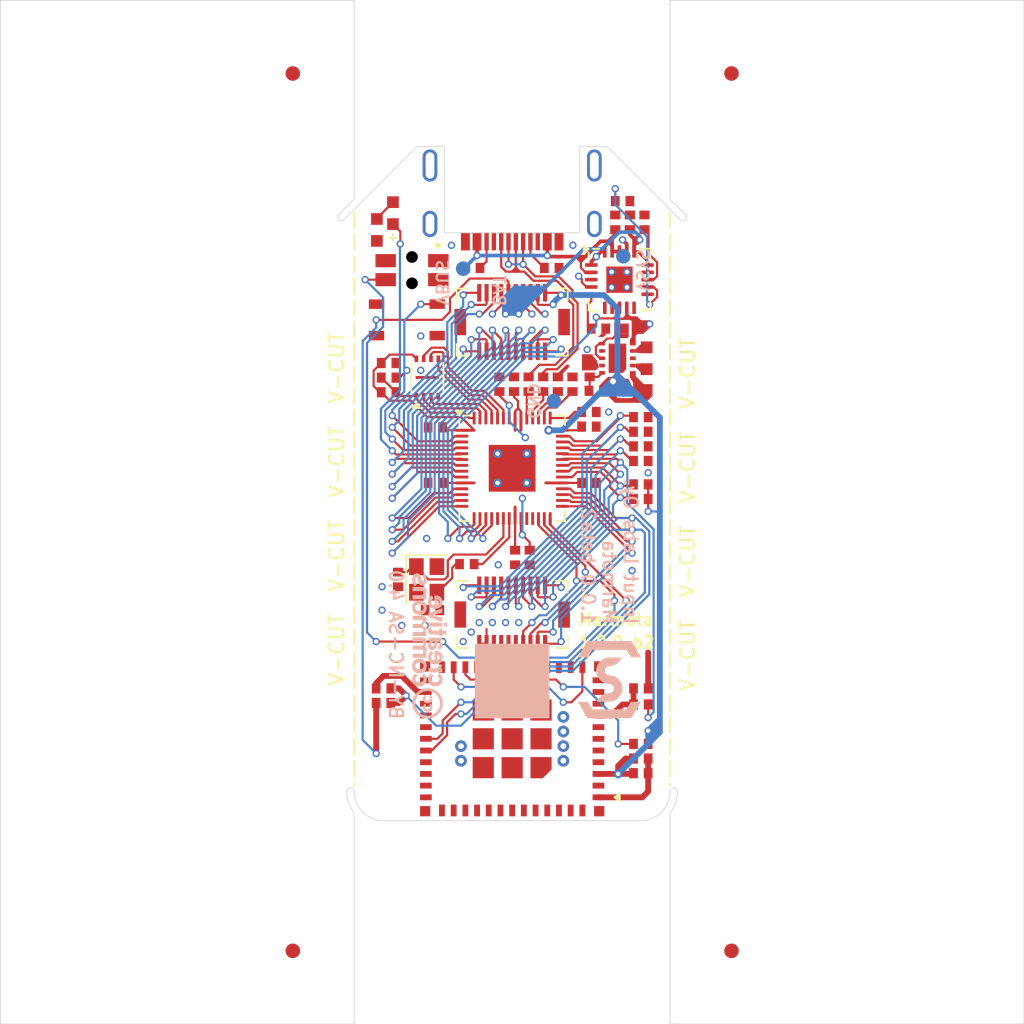
<source format=kicad_pcb>
(kicad_pcb (version 20240108) (generator "pcbnew") (generator_version "8.0")
  (layers (0 "F.Cu" signal) (31 "B.Cu" signal) (34 "B.Paste" user) (35 "F.Paste" user) (36 "B.SilkS" user "B.Silkscreen") (37 "F.SilkS" user "F.Silkscreen") (38 "B.Mask" user) (39 "F.Mask" user) (44 "Edge.Cuts" user))
  (net 0 "")
  (net 1 "GND")
  (net 2 "+1V1")
  (net 3 "/BAT+")
  (net 4 "Net-(U1-USB_DP)")
  (net 5 "Net-(U1-USB_DM)")
  (net 6 "Net-(C3-Pad1)")
  (net 7 "+3V3")
  (net 8 "/QSPI_SS")
  (net 9 "/XIN")
  (net 10 "/UBS_D+")
  (net 11 "/UBS_D-")
  (net 12 "/XOUT")
  (net 13 "/GP4")
  (net 14 "/GP15")
  (net 15 "/GP17")
  (net 16 "/GP13")
  (net 17 "/GP6")
  (net 18 "/QSPI_SD2")
  (net 19 "/QSPI_SD3")
  (net 20 "/GP24")
  (net 21 "/GP2")
  (net 22 "/GP11")
  (net 23 "/GP12")
  (net 24 "/QSPI_SCLK")
  (net 25 "/GP7")
  (net 26 "/GP3")
  (net 27 "/GP5")
  (net 28 "/GP9")
  (net 29 "/ADC1")
  (net 30 "/GP25")
  (net 31 "/ADC3")
  (net 32 "/QSPI_SD1")
  (net 33 "/ADC2")
  (net 34 "/ADC0")
  (net 35 "/QSPI_SD0")
  (net 36 "/GP8")
  (net 37 "/GP10")
  (net 38 "/GP14")
  (net 39 "VBUS")
  (net 42 "Net-(J1-CC1)")
  (net 43 "/SPI_TX")
  (net 44 "/SPI_CLK")
  (net 45 "/SPI_RX")
  (net 46 "Net-(D1-K)")
  (net 47 "Net-(J1-CC2)")
  (net 48 "/SWDIO")
  (net 49 "/SWCLK")
  (net 50 "/RUN")
  (net 51 "Net-(U3-PROG1)")
  (net 52 "Net-(U3-PROG3)")
  (net 53 "Net-(U3-THERM)")
  (net 55 "VSYS")
  (net 56 "/UART1_RX")
  (net 57 "/UART0_TX")
  (net 58 "/UART0_RX")
  (net 59 "/UART1_TX")
  (net 60 "/I2C_SDA")
  (net 61 "/I2C_SCL")
  (net 62 "Net-(U5-EN)")
  (net 73 "/EADC0")
  (net 78 "/EGP18")
  (net 79 "Net-(U5-IO8{slash}STRAP)")
  (net 89 "unconnected-(J3-Pin_16-Pad16)")
  (net 94 "Net-(U4-LX2)")
  (net 95 "Net-(U4-LX1)")
  (net 96 "Net-(U4-FB)")
  (footprint "ILO_fp:0402_compact" (layer "F.Cu") (at 65.25 53 180)
    (property "Reference" "C12")
    (property "Value" "100nF" (hide yes))
  )
  (footprint "ILO_fp:QFN20_internal_routing" (layer "F.Cu") (at 67.3375 39.1 -90)
    (property "Reference" "U3" (hide yes))
    (property "Value" "MCP73871" (hide yes))
  )
  (footprint "ILO_fp:0402_compact" (layer "F.Cu") (at 57.3 38.3)
    (property "Reference" "R41")
    (property "Value" "5.1KΩ" (hide yes))
  )
  (footprint "ILO_fp:0603_compact" (layer "F.Cu") (at 69.2 44.475 90)
    (property "Reference" "L1")
    (property "Value" "2.2uH" (hide yes))
  )
  (footprint "ILO_fp:0402_compact" (layer "F.Cu") (at 52.2 59.6 -90)
    (property "Reference" "C2")
    (property "Value" "15pF" (hide yes))
  )
  (footprint "ILO_fp:0603" (layer "F.Cu") (at 50.75 35.7 90)
    (property "Reference" "R6" (hide yes))
    (property "Value" "20Ω" (hide yes))
  )
  (footprint "ILO_fp:0402_compact" (layer "F.Cu") (at 64.125 46.25 -90)
    (property "Reference" "C10")
    (property "Value" "1uF" (hide yes))
  )
  (footprint "ILO_fp:0402_compact" (layer "F.Cu") (at 51.55 46.8 180)
    (property "Reference" "R21")
    (property "Value" "10KΩ" (hide yes))
  )
  (footprint "ILO_fp:0402_compact" (layer "F.Cu") (at 67.55 33.725)
    (property "Reference" "R33")
    (property "Value" "10KΩ" (hide yes))
  )
  (footprint "ILO_fp:0402_compact" (layer "F.Cu") (at 68.8 51.5 180)
    (property "Reference" "C61")
    (property "Value" "100nF" (hide yes))
  )
  (footprint "ILO_fp:0402_compact" (layer "F.Cu") (at 68.8 67.05 180)
    (property "Reference" "C52")
    (property "Value" "1uF" (hide yes))
  )
  (footprint "ILO_fp:0402_compact" (layer "F.Cu") (at 59.125 46.25 -90)
    (property "Reference" "C6")
    (property "Value" "100nF" (hide yes))
  )
  (footprint "ILO_fp:0402_compact" (layer "F.Cu") (at 68.8 48.5 180)
    (property "Reference" "C64")
    (property "Value" "100nF" (hide yes))
  )
  (footprint "ILO_fp:Hirose_DF12NB" (layer "F.Cu") (at 60 42)
    (property "Reference" "J2" (hide yes))
    (property "Value" "Conn_01x20_Pin" (hide yes))
  )
  (footprint "Package_DFN_QFN:QFN-56-1EP_7x7mm_P0.4mm_EP3.2x3.2mm" (layer "F.Cu") (at 60 52)
    (property "Reference" "U1" (hide yes))
    (property "Value" "RP2040" (hide yes))
  )
  (footprint "clipboard:5e7cfdf6-62b4-49b8-8e4d-08e3e4b200c4" (layer "F.Cu") (at 67.1 74.6)
    (property "Reference" "")
    (property "Value" "")
  )
  (footprint "ILO_fp:0603_compact" (layer "F.Cu") (at 68.45 46.65)
    (property "Reference" "C42")
    (property "Value" "47uF" (hide yes))
  )
  (footprint "ILO_fp:0402_compact" (layer "F.Cu") (at 68.8 53.1)
    (property "Reference" "R8")
    (property "Value" "4.7KΩ" (hide yes))
  )
  (footprint "ILO_fp:0402_compact" (layer "F.Cu") (at 65.25 49.15 180)
    (property "Reference" "C15")
    (property "Value" "100nF" (hide yes))
  )
  (footprint "ILO_fp:Winbond_W25Q" (layer "F.Cu") (at 54.2 45.7875)
    (property "Reference" "U2" (hide yes))
    (property "Value" "FLASH" (hide yes))
  )
  (footprint "ILO_fp:0402_compact" (layer "F.Cu") (at 68.05 35.175 -90)
    (property "Reference" "C32")
    (property "Value" "4.7uF" (hide yes))
  )
  (footprint "ILO_fp:0402_compact" (layer "F.Cu") (at 56.9 58.55 180)
    (property "Reference" "R5")
    (property "Value" "1KΩ" (hide yes))
  )
  (footprint "ILO_fp:0402_compact" (layer "F.Cu") (at 67.05 35.175 -90)
    (property "Reference" "C30")
    (property "Value" "10uF" (hide yes))
  )
  (footprint "ILO_fp:WDFN-10L-2.5x2.5" (layer "F.Cu") (at 67.2 44.475 90)
    (property "Reference" "U4" (hide yes))
    (property "Value" "RT6150B" (hide yes))
  )
  (footprint "ILO_fp:0402_compact" (layer "F.Cu") (at 65.9 42.45)
    (property "Reference" "R34")
    (property "Value" "10KΩ" (hide yes))
  )
  (footprint "ILO_fp:0402_compact" (layer "F.Cu") (at 68.8 68.15 180)
    (property "Reference" "R50")
    (property "Value" "10KΩ" (hide yes))
  )
  (footprint "ILO_fp:0402_compact" (layer "F.Cu") (at 61.2 58.1 90)
    (property "Reference" "C7")
    (property "Value" "100nF" (hide yes))
  )
  (footprint "ILO_fp:0402_compact" (layer "F.Cu") (at 51.55 45.8 180)
    (property "Reference" "R20")
    (property "Value" "1KΩ" (hide yes))
  )
  (footprint "ILO_fp:0402_compact" (layer "F.Cu") (at 51.55 44.8 180)
    (property "Reference" "C20")
    (property "Value" "100nF" (hide yes))
  )
  (footprint "ILO_fp:0402_compact" (layer "F.Cu") (at 68.8 71.85 180)
    (property "Reference" "C50")
    (property "Value" "100nF" (hide yes))
  )
  (footprint "ILO_fp:0603_d" (layer "F.Cu") (at 51.85 34.55 -90)
    (property "Reference" "D1" (hide yes))
    (property "Value" "Diode" (hide yes))
  )
  (footprint "ILO_fp:0402_compact" (layer "F.Cu") (at 65.25 48.15 180)
    (property "Reference" "C16")
    (property "Value" "100nF" (hide yes))
  )
  (footprint "Crystal:Crystal_SMD_2520-4Pin_2.5x2.0mm" (layer "F.Cu") (at 54.15 59.6 -90)
    (property "Reference" "Y1" (hide yes))
    (property "Value" "12MHz" (hide yes))
  )
  (footprint "ILO_fp:0402_compact" (layer "F.Cu") (at 68.8 70.85 180)
    (property "Reference" "R51")
    (property "Value" "10KΩ" (hide yes))
  )
  (footprint "ILO_fp:0402_compact" (layer "F.Cu") (at 68.8 72.85 180)
    (property "Reference" "C51")
    (property "Value" "10uF" (hide yes))
  )
  (footprint "ILO_fp:0402_compact" (layer "F.Cu") (at 68.175 42.45)
    (property "Reference" "C41")
    (property "Value" "10uF" (hide yes))
  )
  (footprint "ILO_fp:0402_compact" (layer "F.Cu") (at 51.2 67.05)
    (property "Reference" "R53")
    (property "Value" "10KΩ" (hide yes))
  )
  (footprint "ILO_fp:0402_compact" (layer "F.Cu") (at 60.125 46.25 -90)
    (property "Reference" "C9")
    (property "Value" "100nF" (hide yes))
  )
  (footprint "ILO_fp:0402_compact" (layer "F.Cu") (at 62.7 38.3)
    (property "Reference" "R40")
    (property "Value" "5.1KΩ" (hide yes))
  )
  (footprint "ILO_fp:Alpsalpine_SKRP_compact" (layer "F.Cu") (at 52.8 41.85 180)
    (property "Reference" "SW1" (hide yes))
    (property "Value" "Button top" (hide yes))
  )
  (footprint "ILO_fp:0402_compact" (layer "F.Cu") (at 62.125 46.25 90)
    (property "Reference" "R4")
    (property "Value" "27Ω" (hide yes))
  )
  (footprint "ILO_fp:0402_compact" (layer "F.Cu") (at 54.75 53)
    (property "Reference" "C13")
    (property "Value" "100nF" (hide yes))
  )
  (footprint "ILO_fp:0402_compact" (layer "F.Cu") (at 69.05 35.175 90)
    (property "Reference" "R32")
    (property "Value" "3.3KΩ" (hide yes))
  )
  (footprint "ILO_fp:0402_compact" (layer "F.Cu") (at 65.3 45.25 90)
    (property "Reference" "R36")
    (property "Value" "86.6KΩ" (hide yes))
  )
  (footprint "ILO_fp:Alpsalpine_SKSC" (layer "F.Cu") (at 53.15 38.45 180)
    (property "Reference" "SW2" (hide yes))
    (property "Value" "Button side" (hide yes))
  )
  (footprint "ILO_fp:Hirose_DF12NB" (layer "F.Cu") (at 60 62)
    (property "Reference" "J3" (hide yes))
    (property "Value" "Conn_01x20_Pin" (hide yes))
  )
  (footprint "ILO_fp:0402_compact" (layer "F.Cu") (at 61.125 46.25 90)
    (property "Reference" "R3")
    (property "Value" "27Ω" (hide yes))
  )
  (footprint "ILO_fp:USB_C3019717" (layer "F.Cu") (at 60 33.8925 180)
    (property "Reference" "J1" (hide yes))
    (property "Value" "USB_C" (hide yes))
  )
  (footprint "ILO_fp:0402_compact" (layer "F.Cu") (at 68.8 50.5 180)
    (property "Reference" "C62")
    (property "Value" "100nF" (hide yes))
  )
  (footprint "ILO_fp:0402_compact" (layer "F.Cu") (at 60.2 58.1 90)
    (property "Reference" "C14")
    (property "Value" "100nF" (hide yes))
  )
  (footprint "ILO_fp:0402_compact" (layer "F.Cu") (at 68.8 49.5 180)
    (property "Reference" "C63")
    (property "Value" "100nF" (hide yes))
  )
  (footprint "ILO_fp:0402_compact" (layer "F.Cu") (at 54.55 61.7 180)
    (property "Reference" "C3")
    (property "Value" "15pF" (hide yes))
  )
  (footprint "ILO_fp:0402_compact" (layer "F.Cu") (at 63.125 46.25 -90)
    (property "Reference" "C8")
    (property "Value" "1uF" (hide yes))
  )
  (footprint "ILO_fp:Espressif_ESP32_mini" (layer "F.Cu") (at 60 70.5 180)
    (property "Reference" "U5" (hide yes))
    (property "Value" "ESP32" (hide yes))
  )
  (footprint "ILO_fp:0402_compact" (layer "F.Cu") (at 51.2 68.05)
    (property "Reference" "R52")
    (property "Value" "10KΩ" (hide yes))
  )
  (footprint "ILO_fp:0402_compact" (layer "F.Cu") (at 65.75 46.7 180)
    (property "Reference" "R35")
    (property "Value" "487KΩ" (hide yes))
  )
  (footprint "ILO_fp:0402_compact" (layer "F.Cu") (at 68.8 54.1)
    (property "Reference" "R7")
    (property "Value" "4.7KΩ" (hide yes))
  )
  (footprint "ILO_fp:0402_compact" (layer "F.Cu") (at 54.75 49.2)
    (property "Reference" "C11")
    (property "Value" "100nF" (hide yes))
  )
  (footprint "ILO_fp:Pad_1mm" (layer "B.Cu") (at 62.85 47.4 180)
    (property "Reference" "REF**" (hide yes))
    (property "Value" "Pad_1mm" (hide yes))
  )
  (footprint "ILO_fp:Pad_1mm" (layer "B.Cu") (at 60.45 40.35 180)
    (property "Reference" "REF**" (hide yes))
    (property "Value" "Pad_1mm" (hide yes))
  )
  (footprint "ILO_fp:Pad_1mm" (layer "B.Cu") (at 67.6 37.5 180)
    (property "Reference" "REF**" (hide yes))
    (property "Value" "Pad_1mm" (hide yes))
  )
  (footprint "LOGO" (layer "B.Cu") (at 66.65 66.45 -90)
    (property "Reference" "G***" (hide yes))
    (property "Value" "LOGO" (hide yes))
  )
  (footprint "LOGO" (layer "B.Cu") (at 54.35 64.15 90)
    (property "Reference" "G***" (hide yes))
    (property "Value" "LOGO" (hide yes))
  )
  (footprint "ILO_fp:Pad_1mm" (layer "B.Cu") (at 56.65 38.35 180)
    (property "Reference" "REF**" (hide yes))
    (property "Value" "Pad_1mm" (hide yes))
  )
  (gr_poly (pts (xy 67.375 46.175) (xy 67.375 45.875) (xy 67.925 45.875) (xy 68.1 46.175) (xy 68.1 46.25) (xy 67.3 46.25)) (fill solid) (layer "F.Cu") (net 1))
  (gr_circle (center 45 25) (end 45.5 25) (fill solid) (layer "F.Cu"))
  (gr_poly (pts (xy 68.26 36.125) (xy 68.46 36.79) (xy 68.76 36.62) (xy 68.75 36.125)) (fill solid) (layer "F.Cu") (net 3))
  (gr_poly (pts (xy 68.45 43.85) (xy 68.8 43.5) (xy 69.6 43.5) (xy 69.6 44.125) (xy 68.8 44.125) (xy 68.45 44.1)) (fill solid) (layer "F.Cu") (net 95))
  (gr_poly (pts (xy 59.8 38.625) (xy 60.7 38.625) (xy 60.25 38.175)) (fill solid) (layer "F.Cu") (net 10))
  (gr_poly (pts (xy 67.725 41.325) (xy 67.95 41.325) (xy 67.95 41.45) (xy 68.1 41.6) (xy 68.525 41.6) (xy 68.825 41.875) (xy 69.425 41.875) (xy 69.425 42.375) (xy 68.975 42.8) (xy 68.6 42.8) (xy 68.45 42.95) (xy 68.45 43.475) (xy 68.05 43.475) (xy 68.05 43.175) (xy 68.175 43.025) (xy 68.175 41.95) (xy 68.075 41.85) (xy 67.375 41.85) (xy 67.725 41.65)) (fill solid) (layer "F.Cu") (net 55))
  (gr_poly (pts (xy 66.96 36.85) (xy 66.96 36.125) (xy 66.6 36.475)) (fill solid) (layer "F.Cu") (net 39))
  (gr_circle (center 45 85) (end 45.5 85) (fill solid) (layer "F.Cu"))
  (gr_poly (pts (xy 65.5 44.2) (xy 65.5 44.3) (xy 65.8 44.625) (xy 65.925 45.1) (xy 65.725 45.3) (xy 64.775 45.3) (xy 64.775 44.2)) (fill solid) (layer "F.Cu") (net 1))
  (gr_poly (pts (xy 66.1 42.8) (xy 66.475 42.8) (xy 66.25 43.025) (xy 65.875 43.025)) (fill solid) (layer "F.Cu") (net 1))
  (gr_poly (pts (xy 68.45 45.1) (xy 68.8 45.45) (xy 69.6 45.45) (xy 69.6 44.825) (xy 68.8 44.825) (xy 68.45 44.85)) (fill solid) (layer "F.Cu") (net 94))
  (gr_circle (center 75 85) (end 75.5 85) (fill solid) (layer "F.Cu"))
  (gr_poly (pts (xy 68.45 45.7) (xy 69 46.25) (xy 69.6 46.25) (xy 69.6 47.05) (xy 69.125 47.525) (xy 67.025 47.525) (xy 66.55 47.05) (xy 65.95 47.05) (xy 65.95 46.35) (xy 66.55 45.75) (xy 67.125 45.75) (xy 67.125 47.1) (xy 67.225 47.2) (xy 68.175 47.2) (xy 68.275 47.1) (xy 68.275 46.15) (xy 68.05 45.775) (xy 68.05 45.525) (xy 68.45 45.525)) (fill solid) (layer "F.Cu") (net 7))
  (gr_poly (pts (xy 65.15 37.55) (xy 64.25 37.55) (xy 64.7 38)) (fill solid) (layer "F.Cu") (net 39))
  (gr_circle (center 75 25) (end 75.5 25) (fill solid) (layer "F.Cu"))
  (gr_poly (pts (xy 67.375 42.8) (xy 67.975 42.8) (xy 67.975 42.975) (xy 67.9 43.1) (xy 67.375 43.1)) (fill solid) (layer "F.Cu") (net 1))
  (gr_poly (pts (xy 69.2 70.85) (xy 70.05 70.05) (xy 70.05 69.05) (xy 69.2 69.9)) (stroke (width 0.2)) (fill solid) (layer "B.Cu") (net 7))
  (gr_poly (pts (xy 59.3 41.45) (xy 59.3 40.3) (xy 60.1 39.5) (xy 62.4 39.5) (xy 60.45 41.45)) (fill solid) (layer "B.Cu") (net 3))
  (gr_poly (pts (xy 68.95 47.1) (xy 67.35 45.5) (xy 67.05 45.5) (xy 65.45 47.1)) (fill solid) (layer "B.Cu") (net 7))
  (gr_rect (start 57.5 64.05) (end 62.5 69.05) (stroke (width 0.1)) (fill solid) (layer "B.SilkS"))
  (gr_line (start 49.2 34.5) (end 49.2 73.75) (stroke (width 0.1) (type dash)) (layer "F.SilkS"))
  (gr_line (start 70.8 34.5) (end 70.8 73.75) (stroke (width 0.1) (type dash)) (layer "F.SilkS"))
  (gr_line (start 49.2 90) (end 49.2 75.6) (stroke (width 0.05)) (layer "Edge.Cuts"))
  (gr_arc (start 70.8 74.1) (mid 70.214214 75.514214) (end 68.8 76.1) (stroke (width 0.05)) (layer "Edge.Cuts"))
  (gr_line (start 55.38 30) (end 55.38 35.89) (stroke (width 0.05)) (layer "Edge.Cuts"))
  (gr_line (start 64.62 30) (end 66.5 30) (stroke (width 0.05)) (layer "Edge.Cuts"))
  (gr_line (start 55.38 30) (end 53.5 30) (stroke (width 0.05)) (layer "Edge.Cuts"))
  (gr_line (start 70.8 34.3) (end 71.5 35) (stroke (width 0.05)) (layer "Edge.Cuts"))
  (gr_arc (start 71.3 74.1) (mid 71.171708 74.890569) (end 70.8 75.6) (stroke (width 0.05)) (layer "Edge.Cuts"))
  (gr_line (start 64.62 30) (end 64.62 35.89) (stroke (width 0.05)) (layer "Edge.Cuts"))
  (gr_arc (start 49.2 75.6) (mid 48.828292 74.890569) (end 48.7 74.1) (stroke (width 0.05)) (layer "Edge.Cuts"))
  (gr_line (start 71.853554 34.646446) (end 70.8 33.6) (stroke (width 0.05)) (layer "Edge.Cuts"))
  (gr_line (start 25 20) (end 25 90) (stroke (width 0.05)) (layer "Edge.Cuts"))
  (gr_line (start 70.8 20) (end 95 20) (stroke (width 0.05)) (layer "Edge.Cuts"))
  (gr_line (start 55.38 35.89) (end 64.62 35.89) (stroke (width 0.05)) (layer "Edge.Cuts"))
  (gr_line (start 66.5 30) (end 70.8 34.3) (stroke (width 0.05)) (layer "Edge.Cuts"))
  (gr_arc (start 48.7 74.1) (mid 48.95 73.85) (end 49.2 74.1) (stroke (width 0.05)) (layer "Edge.Cuts"))
  (gr_arc (start 51.2 76.1) (mid 49.785786 75.514214) (end 49.2 74.1) (stroke (width 0.05)) (layer "Edge.Cuts"))
  (gr_line (start 70.8 90) (end 70.8 75.6) (stroke (width 0.05)) (layer "Edge.Cuts"))
  (gr_line (start 49.2 34.3) (end 48.5 35) (stroke (width 0.05)) (layer "Edge.Cuts"))
  (gr_arc (start 70.8 74.1) (mid 71.05 73.85) (end 71.3 74.1) (stroke (width 0.05)) (layer "Edge.Cuts"))
  (gr_line (start 95 90) (end 70.8 90) (stroke (width 0.05)) (layer "Edge.Cuts"))
  (gr_line (start 48.146446 34.646446) (end 49.2 33.6) (stroke (width 0.05)) (layer "Edge.Cuts"))
  (gr_line (start 70.8 33.6) (end 70.8 20) (stroke (width 0.05)) (layer "Edge.Cuts"))
  (gr_line (start 95 20) (end 95 90) (stroke (width 0.05)) (layer "Edge.Cuts"))
  (gr_line (start 68.8 76.1) (end 51.2 76.1) (stroke (width 0.05)) (layer "Edge.Cuts"))
  (gr_line (start 53.5 30) (end 49.2 34.3) (stroke (width 0.05)) (layer "Edge.Cuts"))
  (gr_arc (start 48.5 35) (mid 48.146446 35) (end 48.146446 34.646446) (stroke (width 0.05)) (layer "Edge.Cuts"))
  (gr_line (start 49.2 33.6) (end 49.2 20) (stroke (width 0.05)) (layer "Edge.Cuts"))
  (gr_arc (start 71.853554 34.646446) (mid 71.853554 35) (end 71.5 35) (stroke (width 0.05)) (layer "Edge.Cuts"))
  (gr_line (start 49.2 20) (end 25 20) (stroke (width 0.05)) (layer "Edge.Cuts"))
  (gr_line (start 25 90) (end 49.2 90) (stroke (width 0.05)) (layer "Edge.Cuts"))
  (gr_text "Input Labs Oy.\nMarmota\n1.0.0 beta2" (at 66.65 62.75 270) (layer "B.SilkS") (effects (font (size 0.9 0.9) (thickness 0.16) (bold yes)) (justify left mirror)))
  (gr_text "VBUS" (at 55.2 39.3 -90) (layer "B.SilkS") (effects (font (size 0.8 0.8) (thickness 0.15) (bold yes)) (justify mirror)))
  (gr_text "BY-NC-SA 4.0" (at 52.05 64.05 -90) (layer "B.SilkS") (effects (font (size 0.9 0.9) (thickness 0.16) (bold yes)) (justify mirror)))
  (gr_text "BAT" (at 59.1 39.85 -90) (layer "B.SilkS") (effects (font (size 0.8 0.8) (thickness 0.15) (bold yes)) (justify mirror)))
  (gr_text "VSYS" (at 68.9 38.45 -90) (layer "B.SilkS") (effects (font (size 0.8 0.8) (thickness 0.15) (bold yes)) (justify mirror)))
  (gr_text "GND" (at 61.45 47.4 -90) (layer "B.SilkS") (effects (font (size 0.8 0.8) (thickness 0.15) (bold yes)) (justify mirror)))
  (gr_text "V-CUT  V-CUT  V-CUT  V-CUT  " (at 48 54 90) (layer "F.SilkS") (effects (font (size 1 1))))
  (gr_text "V-CUT  V-CUT  V-CUT  V-CUT   " (at 72 54 90) (layer "F.SilkS") (effects (font (size 1 1))))
  (gr_text "Marmota" (at 67.1 62.35 0) (layer "F.SilkS") (effects (font (size 0.8 0.8) (thickness 0.16) (bold yes))))
  (gr_text "1.0.0 b2" (at 67.15 63.9 0) (layer "F.SilkS") (effects (font (size 0.8 0.8) (thickness 0.16) (bold yes))))
  (segment (start 63.125 45.75) (end 63.125 45.675) (width 0.25) (layer "F.Cu") (net 1))
  (segment (start 60.75 40.85) (end 61.35 41.45) (width 0.15) (layer "F.Cu") (net 1))
  (segment (start 59.25 40.85) (end 58.65 41.45) (width 0.15) (layer "F.Cu") (net 1))
  (segment (start 59.25 40) (end 59.25 40.85) (width 0.15) (layer "F.Cu") (net 1))
  (segment (start 65.95 66.45) (end 65.9 66.5) (width 0.15) (layer "F.Cu") (net 1))
  (segment (start 61.25 40.674264) (end 62.025736 41.45) (width 0.15) (layer "F.Cu") (net 1))
  (segment (start 66.399999 42.45) (end 66.399999 42.525001) (width 0.15) (layer "F.Cu") (net 1))
  (segment (start 65.9 74.5) (end 68.9 74.5) (width 0.4) (layer "F.Cu") (net 1))
  (segment (start 58.25 64) (end 58.25 63) (width 0.15) (layer "F.Cu") (net 1))
  (segment (start 60.75 40) (end 60.75 40.85) (width 0.15) (layer "F.Cu") (net 1))
  (segment (start 69.299999 72.85) (end 69.299999 71.85) (width 0.4) (layer "F.Cu") (net 1))
  (segment (start 69.299999 67.05) (end 69.299999 64.600001) (width 0.4) (layer "F.Cu") (net 1))
  (segment (start 62.025736 41.45) (end 62.25 41.45) (width 0.15) (layer "F.Cu") (net 1))
  (segment (start 69.299999 74.100001) (end 69.299999 72.85) (width 0.4) (layer "F.Cu") (net 1))
  (segment (start 68.9 74.5) (end 69.299999 74.100001) (width 0.4) (layer "F.Cu") (net 1))
  (segment (start 63.125 45.675) (end 63.775 45.025) (width 0.25) (layer "F.Cu") (net 1))
  (segment (start 61.25 40) (end 61.25 40.674264) (width 0.15) (layer "F.Cu") (net 1))
  (segment (start 57.75 64) (end 58.25 64) (width 0.15) (layer "F.Cu") (net 1))
  (via (at 63.5 71) (size 0.8) (drill 0.4) (layers "F.Cu" "B.Cu") (net 1))
  (via (at 54.05 62.75) (size 0.5) (drill 0.3) (layers "F.Cu" "B.Cu") (net 1))
  (via (at 59.55 62.55) (size 0.5) (drill 0.3) (layers "F.Cu" "B.Cu") (net 1))
  (via (at 52.45 62.75) (size 0.5) (drill 0.3) (layers "F.Cu" "B.Cu") (net 1))
  (via (at 54.15 56.8) (size 0.5) (drill 0.3) (layers "F.Cu" "B.Cu") (net 1))
  (via (at 51.1 60.1) (size 0.5) (drill 0.3) (layers "F.Cu" "B.Cu") (net 1))
  (via (at 61.35 41.45) (size 0.5) (drill 0.3) (layers "F.Cu" "B.Cu") (net 1))
  (via (at 68.2 59) (size 0.5) (drill 0.3) (layers "F.Cu" "B.Cu") (net 1))
  (via (at 58.65 41.45) (size 0.5) (drill 0.3) (layers "F.Cu" "B.Cu") (net 1))
  (via (at 61 53) (size 0.6) (drill 0.3) (layers "F.Cu" "B.Cu") (net 1))
  (via (at 63.5 69) (size 0.8) (drill 0.4) (layers "F.Cu" "B.Cu") (net 1))
  (via (at 62.25 41.45) (size 0.5) (drill 0.3) (layers "F.Cu" "B.Cu") (net 1))
  (via (at 58.65 62.55) (size 0.5) (drill 0.3) (layers "F.Cu" "B.Cu") (net 1))
  (via (at 59.05 58.6) (size 0.5) (drill 0.3) (layers "F.Cu" "B.Cu") (net 1))
  (via (at 64.15 36.75) (size 0.5) (drill 0.3) (layers "F.Cu" "B.Cu") (net 1))
  (via (at 56.65 63.85) (size 0.5) (drill 0.3) (layers "F.Cu" "B.Cu") (net 1))
  (via (at 57.2 63.2) (size 0.5) (drill 0.3) (layers "F.Cu" "B.Cu") (net 1))
  (via (at 66.6 48.15) (size 0.5) (drill 0.3) (layers "F.Cu" "B.Cu") (net 1))
  (via (at 67.85 39.625) (size 0.5) (drill 0.3) (layers "F.Cu" "B.Cu") (net 1))
  (via (at 56.5 71) (size 0.8) (drill 0.4) (layers "F.Cu" "B.Cu") (net 1))
  (via (at 57.75 62.55) (size 0.5) (drill 0.3) (layers "F.Cu" "B.Cu") (net 1))
  (via (at 66.8 38.575) (size 0.5) (drill 0.3) (layers "F.Cu" "B.Cu") (net 1))
  (via (at 61 51) (size 0.6) (drill 0.3) (layers "F.Cu" "B.Cu") (net 1))
  (via (at 56.5 72) (size 0.8) (drill 0.4) (layers "F.Cu" "B.Cu") (net 1))
  (via (at 60.45 62.55) (size 0.5) (drill 0.3) (layers "F.Cu" "B.Cu") (net 1))
  (via (at 67.85 38.575) (size 0.5) (drill 0.3) (layers "F.Cu" "B.Cu") (net 1))
  (via (at 69.3 52.3) (size 0.5) (drill 0.3) (layers "F.Cu" "B.Cu") (net 1))
  (via (at 53.75 45.3) (size 0.5) (drill 0.3) (layers "F.Cu" "B.Cu") (net 1))
  (via (at 63.5 72) (size 0.8) (drill 0.4) (layers "F.Cu" "B.Cu") (net 1))
  (via (at 66.8 39.625) (size 0.5) (drill 0.3) (layers "F.Cu" "B.Cu") (net 1))
  (via (at 65.125 43.875) (size 0.5) (drill 0.3) (layers "F.Cu" "B.Cu") (net 1))
  (via (at 51.1 61.7) (size 0.5) (drill 0.3) (layers "F.Cu" "B.Cu") (net 1))
  (via (at 63.5 70) (size 0.8) (drill 0.4) (layers "F.Cu" "B.Cu") (net 1))
  (via (at 53.75 42.95) (size 0.5) (drill 0.3) (layers "F.Cu" "B.Cu") (net 1))
  (via (at 55.85 36.75) (size 0.5) (drill 0.3) (layers "F.Cu" "B.Cu") (net 1))
  (via (at 59 51) (size 0.6) (drill 0.3) (layers "F.Cu" "B.Cu") (net 1))
  (via (at 59 53) (size 0.6) (drill 0.3) (layers "F.Cu" "B.Cu") (net 1))
  (segment (start 59.8 47.7) (end 59.8 48.5625) (width 0.15) (layer "F.Cu") (net 2))
  (segment (start 61.2 57.05) (end 61.2 57.6) (width 0.15) (layer "F.Cu") (net 2))
  (segment (start 60.6 56.45) (end 60.6 55.4375) (width 0.15) (layer "F.Cu") (net 2))
  (segment (start 60.7 56.55) (end 60.6 56.45) (width 0.15) (layer "F.Cu") (net 2))
  (segment (start 62.65 47.55) (end 63.125 47.075) (width 0.15) (layer "F.Cu") (net 2))
  (segment (start 59.8 47.7) (end 59.125 47.025) (width 0.15) (layer "F.Cu") (net 2))
  (segment (start 61.8 48.075736) (end 62.325736 47.55) (width 0.15) (layer "F.Cu") (net 2))
  (segment (start 63.125 47.075) (end 63.125 46.75) (width 0.15) (layer "F.Cu") (net 2))
  (segment (start 59.125 47.025) (end 59.125 46.75) (width 0.15) (layer "F.Cu") (net 2))
  (segment (start 61.8 48.5625) (end 61.8 48.075736) (width 0.15) (layer "F.Cu") (net 2))
  (segment (start 62.325736 47.55) (end 62.65 47.55) (width 0.15) (layer "F.Cu") (net 2))
  (segment (start 60.7 56.55) (end 61.2 57.05) (width 0.15) (layer "F.Cu") (net 2))
  (via (at 59.8 47.7) (size 0.5) (drill 0.3) (layers "F.Cu" "B.Cu") (net 2))
  (via (at 60.9 49.9) (size 0.5) (drill 0.3) (layers "F.Cu" "B.Cu") (net 2))
  (via (at 60.7 54.05) (size 0.5) (drill 0.3) (layers "F.Cu" "B.Cu") (net 2))
  (via (at 60.7 56.55) (size 0.5) (drill 0.3) (layers "F.Cu" "B.Cu") (net 2))
  (segment (start 60.9 49.9) (end 59.8 48.8) (width 0.15) (layer "B.Cu") (net 2))
  (segment (start 60.7 56.55) (end 60.7 54.05) (width 0.15) (layer "B.Cu") (net 2))
  (segment (start 59.8 48.8) (end 59.8 47.7) (width 0.15) (layer "B.Cu") (net 2))
  (segment (start 55.75 40.378248) (end 57.103248 39.025) (width 0.15) (layer "F.Cu") (net 3))
  (segment (start 69.2625 37.8375) (end 69.2625 38.1) (width 0.2) (layer "F.Cu") (net 3))
  (segment (start 50.7 41.85) (end 55.2 41.85) (width 0.15) (layer "F.Cu") (net 3))
  (segment (start 68.05 36.02) (end 68.05 35.7) (width 0.25) (layer "F.Cu") (net 3))
  (segment (start 59.525 39.025) (end 59.75 39.25) (width 0.15) (layer "F.Cu") (net 3))
  (segment (start 69.2625 38.1) (end 69.2625 38.6) (width 0.2) (layer "F.Cu") (net 3))
  (segment (start 60.25 41.25) (end 60.45 41.45) (width 0.15) (layer "F.Cu") (net 3))
  (segment (start 68.3375 36.3075) (end 68.05 36.02) (width 0.25) (layer "F.Cu") (net 3))
  (segment (start 68.3375 37.175) (end 68.6 37.175) (width 0.2) (layer "F.Cu") (net 3))
  (segment (start 68.3375 37.175) (end 68.3375 36.3075) (width 0.25) (layer "F.Cu") (net 3))
  (segment (start 50.7 71.5) (end 50.7 68.05) (width 0.4) (layer "F.Cu") (net 3))
  (segment (start 55.2 41.85) (end 55.75 41.3) (width 0.15) (layer "F.Cu") (net 3))
  (segment (start 57.103248 39.025) (end 59.525 39.025) (width 0.15) (layer "F.Cu") (net 3))
  (segment (start 55.75 41.3) (end 55.75 40.378248) (width 0.15) (layer "F.Cu") (net 3))
  (segment (start 59.75 39.25) (end 59.75 40) (width 0.15) (layer "F.Cu") (net 3))
  (segment (start 68.6 37.175) (end 69.2625 37.8375) (width 0.2) (layer "F.Cu") (net 3))
  (segment (start 59.75 41.25) (end 59.55 41.45) (width 0.15) (layer "F.Cu") (net 3))
  (segment (start 60.25 40) (end 60.25 41.25) (width 0.15) (layer "F.Cu") (net 3))
  (segment (start 59.75 40) (end 59.75 41.25) (width 0.15) (layer "F.Cu") (net 3))
  (via (at 59.55 41.45) (size 0.5) (drill 0.3) (layers "F.Cu" "B.Cu") (net 3))
  (via (at 50.7 41.85) (size 0.5) (drill 0.3) (layers "F.Cu" "B.Cu") (net 3))
  (via (at 60.45 41.45) (size 0.5) (drill 0.3) (layers "F.Cu" "B.Cu") (net 3))
  (via (at 50.7 71.5) (size 0.5) (drill 0.3) (layers "F.Cu" "B.Cu") (net 3))
  (via (at 68.725 36.375) (size 0.5) (drill 0.3) (layers "F.Cu" "B.Cu") (net 3))
  (segment (start 68.725 36.144974) (end 68.430026 35.85) (width 0.25) (layer "B.Cu") (net 3))
  (segment (start 49.775 70.575) (end 49.775 43.300736) (width 0.15) (layer "B.Cu") (net 3))
  (segment (start 50.7 71.5) (end 49.775 70.575) (width 0.15) (layer "B.Cu") (net 3))
  (segment (start 59.55 41.45) (end 59.55 41.5) (width 0.15) (layer "B.Cu") (net 3))
  (segment (start 68.430026 35.85) (end 67.3125 35.85) (width 0.25) (layer "B.Cu") (net 3))
  (segment (start 49.775 43.300736) (end 50.7 42.375736) (width 0.15) (layer "B.Cu") (net 3))
  (segment (start 66.1625 37) (end 64.9 37) (width 0.25) (layer "B.Cu") (net 3))
  (segment (start 59.55 41.45) (end 60.45 41.45) (width 0.25) (layer "B.Cu") (net 3))
  (segment (start 50.7 42.375736) (end 50.7 41.85) (width 0.15) (layer "B.Cu") (net 3))
  (segment (start 67.3125 35.85) (end 66.1625 37) (width 0.25) (layer "B.Cu") (net 3))
  (segment (start 68.725 36.375) (end 68.725 36.144974) (width 0.25) (layer "B.Cu") (net 3))
  (segment (start 64.9 37) (end 60.45 41.45) (width 0.25) (layer "B.Cu") (net 3))
  (segment (start 61 48.5625) (end 61 46.875) (width 0.15) (layer "F.Cu") (net 4))
  (segment (start 61 46.875) (end 61.125 46.75) (width 0.15) (layer "F.Cu") (net 4))
  (segment (start 62.125 46.75) (end 62.125 47.326472) (width 0.15) (layer "F.Cu") (net 5))
  (segment (start 61.4 48.051472) (end 61.4 48.5625) (width 0.15) (layer "F.Cu") (net 5))
  (segment (start 62.125 47.326472) (end 61.4 48.051472) (width 0.15) (layer "F.Cu") (net 5))
  (segment (start 56.15 58.55) (end 55.9 58.8) (width 0.15) (layer "F.Cu") (net 6))
  (segment (start 54.925 60.475) (end 54.85 60.475) (width 0.15) (layer "F.Cu") (net 6))
  (segment (start 55.9 58.8) (end 55.9 59.5) (width 0.15) (layer "F.Cu") (net 6))
  (segment (start 56.4 58.55) (end 56.15 58.55) (width 0.15) (layer "F.Cu") (net 6))
  (segment (start 55.05 61.7) (end 55.05 60.675) (width 0.15) (layer "F.Cu") (net 6))
  (segment (start 55.025 60.475) (end 54.85 60.475) (width 0.15) (layer "F.Cu") (net 6))
  (segment (start 55.05 60.675) (end 54.85 60.475) (width 0.15) (layer "F.Cu") (net 6))
  (segment (start 55.9 59.5) (end 54.925 60.475) (width 0.15) (layer "F.Cu") (net 6))
  (segment (start 67.25 72.35) (end 67.75 71.85) (width 0.4) (layer "F.Cu") (net 7))
  (segment (start 60.2 55.4375) (end 60.2 54.65) (width 0.2) (layer "F.Cu") (net 7))
  (segment (start 63.4375 53) (end 64.75 53) (width 0.15) (layer "F.Cu") (net 7))
  (segment (start 54.2 48.5) (end 56.509706 48.5) (width 0.15) (layer "F.Cu") (net 7))
  (segment (start 69.3 54.95) (end 69.3 54.1) (width 0.15) (layer "F.Cu") (net 7))
  (segment (start 51.05 46.8) (end 50.95 46.8) (width 0.15) (layer "F.Cu") (net 7))
  (segment (start 63.4375 49.4) (end 62.5 49.4) (width 0.2) (layer "F.Cu") (net 7))
  (segment (start 53.075 47.375) (end 54.2 48.5) (width 0.15) (layer "F.Cu") (net 7))
  (segment (start 60.6 48.8) (end 60.6 49.4) (width 0.2) (layer "F.Cu") (net 7))
  (segment (start 60.4 47.9) (end 60.6 48.1) (width 0.15) (layer "F.Cu") (net 7))
  (segment (start 63.8625 48.5625) (end 64.275 48.15) (width 0.15) (layer "F.Cu") (net 7))
  (segment (start 60.4 47.9) (end 60.4 47.4) (width 0.15) (layer "F.Cu") (net 7))
  (segment (start 69.299999 69.950001) (end 69.3 69.95) (width 0.15) (layer "F.Cu") (net 7))
  (segment (start 61.75 40.75) (end 61.825 40.825) (width 0.15) (layer "F.Cu") (net 7))
  (segment (start 56.509706 48.5) (end 57.359706 49.35) (width 0.15) (layer "F.Cu") (net 7))
  (segment (start 60.2 48.5625) (end 60.2 48.1) (width 0.15) (layer "F.Cu") (net 7))
  (segment (start 69.299999 70.85) (end 69.299999 69.950001) (width 0.15) (layer "F.Cu") (net 7))
  (segment (start 63.2 40) (end 63.35 40.15) (width 0.15) (layer "F.Cu") (net 7))
  (segment (start 60.6 48.5625) (end 60.6 48.8) (width 0.2) (layer "F.Cu") (net 7))
  (segment (start 64.275 48.15) (end 64.75 48.15) (width 0.15) (layer "F.Cu") (net 7))
  (segment (start 62.45 47.85) (end 62.2 48.1) (width 0.15) (layer "F.Cu") (net 7))
  (segment (start 62.775 40.825) (end 62.8 40.8) (width 0.15) (layer "F.Cu") (net 7))
  (segment (start 61.825 40.825) (end 62.775 40.825) (width 0.15) (layer "F.Cu") (net 7))
  (segment (start 60.125 47.125) (end 60.125 46.75) (width 0.15) (layer "F.Cu") (net 7))
  (segment (start 51.625 47.375) (end 53.075 47.375) (width 0.15) (layer "F.Cu") (net 7))
  (segment (start 60.2 55.4375) (end 60.2 57.6) (width 0.15) (layer "F.Cu") (net 7))
  (segment (start 65.9 72.9) (end 67.25 72.9) (width 0.4) (layer "F.Cu") (net 7))
  (segment (start 60.2 55.4375) (end 60.2 55.25) (width 0.15) (layer "F.Cu") (net 7))
  (segment (start 51.05 46.8) (end 51.625 47.375) (width 0.15) (layer "F.Cu") (net 7))
  (segment (start 55.45 49.4) (end 55.25 49.2) (width 0.15) (layer "F.Cu") (net 7))
  (segment (start 63.4375 49.4) (end 64.5 49.4) (width 0.15) (layer "F.Cu") (net 7))
  (segment (start 67.75 71.85) (end 68.300001 71.85) (width 0.4) (layer "F.Cu") (net 7))
  (segment (start 60.2 48.1) (end 60.4 47.9) (width 0.15) (layer "F.Cu") (net 7))
  (segment (start 63.4375 53) (end 62.3 53) (width 0.2) (layer "F.Cu") (net 7))
  (segment (start 53.1625 44.225) (end 53.45 44.5125) (width 0.15) (layer "F.Cu") (net 7))
  (segment (start 51.05 44.8) (end 51.625 44.225) (width 0.15) (layer "F.Cu") (net 7))
  (segment (start 56.5625 53) (end 55.25 53) (width 0.15) (layer "F.Cu") (net 7))
  (segment (start 56.5625 49.4) (end 57.4 49.4) (width 0.2) (layer "F.Cu") (net 7))
  (segment (start 61.75 40) (end 61.75 40.75) (width 0.15) (layer "F.Cu") (net 7))
  (segment (start 63.025 47.85) (end 62.45 47.85) (width 0.15) (layer "F.Cu") (net 7))
  (segment (start 56.8 53) (end 57.4 53) (width 0.2) (layer "F.Cu") (net 7))
  (segment (start 60.4 47.4) (end 60.125 47.125) (width 0.15) (layer "F.Cu") (net 7))
  (segment (start 51.15 46.9) (end 51.05 46.8) (width 0.15) (layer "F.Cu") (net 7))
  (segment (start 62.25 40) (end 63.2 40) (width 0.15) (layer "F.Cu") (net 7))
  (segment (start 50.525 45.325) (end 51.05 44.8) (width 0.15) (layer "F.Cu") (net 7))
  (segment (start 67.25 72.9) (end 67.25 72.35) (width 0.4) (layer "F.Cu") (net 7))
  (segment (start 51.625 44.225) (end 53.1625 44.225) (width 0.15) (layer "F.Cu") (net 7))
  (segment (start 50.525 46.375) (end 50.525 45.325) (width 0.15) (layer "F.Cu") (net 7))
  (segment (start 68.250001 72.9) (end 67.25 72.9) (width 0.4) (layer "F.Cu") (net 7))
  (segment (start 56.5625 53) (end 56.8 53) (width 0.2) (layer "F.Cu") (net 7))
  (segment (start 56.5625 49.4) (end 55.45 49.4) (width 0.15) (layer "F.Cu") (net 7))
  (segment (start 64.5 49.4) (end 64.75 49.15) (width 0.15) (layer "F.Cu") (net 7))
  (segment (start 60.2 48.5625) (end 60.2 49.4) (width 0.2) (layer "F.Cu") (net 7))
  (segment (start 60.6 48.1) (end 60.6 48.5625) (width 0.15) (layer "F.Cu") (net 7))
  (segment (start 62.6 48.5625) (end 63.8625 48.5625) (width 0.15) (layer "F.Cu") (net 7))
  (segment (start 69.3 54.1) (end 69.3 53.1) (width 0.15) (layer "F.Cu") (net 7))
  (segment (start 68.300001 72.85) (end 68.250001 72.9) (width 0.4) (layer "F.Cu") (net 7))
  (segment (start 64.125 46.75) (end 63.025 47.85) (width 0.15) (layer "F.Cu") (net 7))
  (segment (start 50.95 46.8) (end 50.525 46.375) (width 0.15) (layer "F.Cu") (net 7))
  (segment (start 62.2 48.1) (end 62.2 48.5625) (width 0.15) (layer "F.Cu") (net 7))
  (via (at 63.35 40.15) (size 0.5) (drill 0.3) (layers "F.Cu" "B.Cu") (net 7))
  (via (at 66.897506 46.048753) (size 0.6) (drill 0.4) (layers "F.Cu" "B.Cu") (net 7))
  (via (at 67.25 72.9) (size 0.6) (drill 0.3) (layers "F.Cu" "B.Cu") (net 7))
  (via (at 69.3 69.95) (size 0.5) (drill 0.3) (layers "F.Cu" "B.Cu") (net 7))
  (via (at 62.5 49.4) (size 0.6) (drill 0.3) (layers "F.Cu" "B.Cu") (net 7))
  (via (at 69.3 54.95) (size 0.5) (drill 0.3) (layers "F.Cu" "B.Cu") (net 7))
  (via (at 62.8 40.8) (size 0.5) (drill 0.3) (layers "F.Cu" "B.Cu") (net 7))
  (segment (start 70.1 70.05) (end 70.1 54.95) (width 0.4) (layer "B.Cu") (net 7))
  (segment (start 67.55 46.9) (end 68.47 46.9) (width 0.4) (layer "B.Cu") (net 7))
  (segment (start 62.8 40.7) (end 62.8 40.8) (width 0.4) (layer "B.Cu") (net 7))
  (segment (start 70.1 48.53) (end 70.1 54.95) (width 0.4) (layer "B.Cu") (net 7))
  (segment (start 66.275 40.15) (end 67.2 41.075) (width 0.4) (layer "B.Cu") (net 7))
  (segment (start 69.3 54.95) (end 70.1 54.95) (width 0.15) (layer "B.Cu") (net 7))
  (segment (start 63.35 40.15) (end 62.8 40.7) (width 0.4) (layer "B.Cu") (net 7))
  (segment (start 63.43 49.4) (end 62.5 49.4) (width 0.4) (layer "B.Cu") (net 7))
  (segment (start 67.25 72.9) (end 70.1 70.05) (width 0.4) (layer "B.Cu") (net 7))
  (segment (start 67.3 46.65) (end 67.55 46.9) (width 0.4) (layer "B.Cu") (net 7))
  (segment (start 67.05 46.9) (end 65.93 46.9) (width 0.4) (layer "B.Cu") (net 7))
  (segment (start 68.47 46.9) (end 70.1 48.53) (width 0.4) (layer "B.Cu") (net 7))
  (segment (start 63.35 40.15) (end 66.275 40.15) (width 0.4) (layer "B.Cu") (net 7))
  (segment (start 67.3 46.65) (end 67.05 46.9) (width 0.4) (layer "B.Cu") (net 7))
  (segment (start 65.93 46.9) (end 63.43 49.4) (width 0.4) (layer "B.Cu") (net 7))
  (segment (start 67.2 41.075) (end 67.2 45.95) (width 0.4) (layer "B.Cu") (net 7))
  (segment (start 51.05 45.8) (end 52.05 46.8) (width 0.15) (layer "F.Cu") (net 8))
  (segment (start 53.45 47.0625) (end 53.45 47.25) (width 0.15) (layer "F.Cu") (net 8))
  (segment (start 52.05 46.8) (end 52.3125 47.0625) (width 0.15) (layer "F.Cu") (net 8))
  (segment (start 57.0625 48.5625) (end 57.4 48.5625) (width 0.15) (layer "F.Cu") (net 8))
  (segment (start 54.4 48.2) (end 56.7 48.2) (width 0.15) (layer "F.Cu") (net 8))
  (segment (start 56.7 48.2) (end 57.0625 48.5625) (width 0.15) (layer "F.Cu") (net 8))
  (segment (start 52.3125 47.0625) (end 53.45 47.0625) (width 0.15) (layer "F.Cu") (net 8))
  (segment (start 53.45 47.25) (end 54.4 48.2) (width 0.15) (layer "F.Cu") (net 8))
  (segment (start 52.2 59.1) (end 52.8 59.1) (width 0.15) (layer "F.Cu") (net 9))
  (segment (start 54.2625 59.6) (end 53.45 58.7875) (width 0.15) (layer "F.Cu") (net 9))
  (segment (start 53.45 58.7875) (end 53.45 58.725) (width 0.15) (layer "F.Cu") (net 9))
  (segment (start 55.6 58.3) (end 55.6 59.375) (width 0.15) (layer "F.Cu") (net 9))
  (segment (start 52.8 59.1) (end 53.175 58.725) (width 0.15) (layer "F.Cu") (net 9))
  (segment (start 55.375 59.6) (end 54.2625 59.6) (width 0.15) (layer "F.Cu") (net 9))
  (segment (start 56 57.9) (end 55.6 58.3) (width 0.15) (layer "F.Cu") (net 9))
  (segment (start 55.6 59.375) (end 55.375 59.6) (width 0.15) (layer "F.Cu") (net 9))
  (segment (start 59.4 55.4375) (end 59.4 56.7) (width 0.15) (layer "F.Cu") (net 9))
  (segment (start 58.2 57.9) (end 56 57.9) (width 0.15) (layer "F.Cu") (net 9))
  (segment (start 59.4 56.7) (end 58.2 57.9) (width 0.15) (layer "F.Cu") (net 9))
  (segment (start 53.175 58.325) (end 53.45 58.325) (width 0.15) (layer "F.Cu") (net 9))
  (segment (start 63.825 39.953248) (end 63.825 40.475) (width 0.15) (layer "F.Cu") (net 10))
  (segment (start 59.25 36.4575) (end 59.25 38.221752) (width 0.15) (layer "F.Cu") (net 10))
  (segment (start 60.25 38.55) (end 60.825736 38.55) (width 0.15) (layer "F.Cu") (net 10))
  (segment (start 60.825736 38.55) (end 61.450736 39.175) (width 0.15) (layer "F.Cu") (net 10))
  (segment (start 64.175 43.696752) (end 62.946752 44.925) (width 0.15) (layer "F.Cu") (net 10))
  (segment (start 61.85 44.925) (end 61.125 45.65) (width 0.15) (layer "F.Cu") (net 10))
  (segment (start 64.175 40.825) (end 64.175 43.696752) (width 0.15) (layer "F.Cu") (net 10))
  (segment (start 61.125 45.65) (end 61.125 45.75) (width 0.15) (layer "F.Cu") (net 10))
  (segment (start 63.825 40.475) (end 64.175 40.825) (width 0.15) (layer "F.Cu") (net 10))
  (segment (start 60.25 36.4575) (end 60.25 38.55) (width 0.15) (layer "F.Cu") (net 10))
  (segment (start 59.25 38.221752) (end 59.578248 38.55) (width 0.15) (layer "F.Cu") (net 10))
  (segment (start 62.946752 44.925) (end 61.85 44.925) (width 0.15) (layer "F.Cu") (net 10))
  (segment (start 63.046752 39.175) (end 63.825 39.953248) (width 0.15) (layer "F.Cu") (net 10))
  (segment (start 59.578248 38.55) (end 60.25 38.55) (width 0.15) (layer "F.Cu") (net 10))
  (segment (start 61.450736 39.175) (end 63.046752 39.175) (width 0.15) (layer "F.Cu") (net 10))
  (segment (start 62.125 45.45) (end 62.125 45.75) (width 0.15) (layer "F.Cu") (net 11))
  (segment (start 60.75 36.4575) (end 60.75 38.05) (width 0.15) (layer "F.Cu") (net 11))
  (segment (start 64.125 40.350736) (end 64.475 40.700736) (width 0.15) (layer "F.Cu") (net 11))
  (segment (start 64.125 39.828984) (end 64.125 40.350736) (width 0.15) (layer "F.Cu") (net 11))
  (segment (start 62.35 45.225) (end 62.125 45.45) (width 0.15) (layer "F.Cu") (net 11))
  (segment (start 64.475 40.700736) (end 64.475 43.821016) (width 0.15) (layer "F.Cu") (net 11))
  (segment (start 63.171016 38.875) (end 64.125 39.828984) (width 0.15) (layer "F.Cu") (net 11))
  (segment (start 63.071016 45.225) (end 62.35 45.225) (width 0.15) (layer "F.Cu") (net 11))
  (segment (start 61.575 38.875) (end 63.171016 38.875) (width 0.15) (layer "F.Cu") (net 11))
  (segment (start 64.475 43.821016) (end 63.071016 45.225) (width 0.15) (layer "F.Cu") (net 11))
  (segment (start 59.75 36.4575) (end 59.75 38.05) (width 0.15) (layer "F.Cu") (net 11))
  (segment (start 60.75 38.05) (end 61.575 38.875) (width 0.15) (layer "F.Cu") (net 11))
  (via (at 60.75 38.05) (size 0.5) (drill 0.3) (layers "F.Cu" "B.Cu") (net 11))
  (via (at 59.75 38.05) (size 0.5) (drill 0.3) (layers "F.Cu" "B.Cu") (net 11))
  (segment (start 59.75 38.05) (end 60.75 38.05) (width 0.15) (layer "B.Cu") (net 11))
  (segment (start 59.8 55.4375) (end 59.8 56.724264) (width 0.15) (layer "F.Cu") (net 12))
  (segment (start 59.8 56.724264) (end 57.974264 58.55) (width 0.15) (layer "F.Cu") (net 12))
  (segment (start 57.974264 58.55) (end 57.4 58.55) (width 0.15) (layer "F.Cu") (net 12))
  (segment (start 56.5125 51.35) (end 56.5625 51.4) (width 0.15) (layer "F.Cu") (net 13))
  (segment (start 52.05 51.35) (end 56.5125 51.35) (width 0.15) (layer "F.Cu") (net 13))
  (segment (start 58.75 40.674264) (end 57.974264 41.45) (width 0.15) (layer "F.Cu") (net 13))
  (segment (start 58.75 40) (end 58.75 40.674264) (width 0.15) (layer "F.Cu") (net 13))
  (segment (start 51.8 51.6) (end 52.05 51.35) (width 0.15) (layer "F.Cu") (net 13))
  (segment (start 57.974264 41.45) (end 57.75 41.45) (width 0.15) (layer "F.Cu") (net 13))
  (via (at 57.75 41.45) (size 0.5) (drill 0.3) (layers "F.Cu" "B.Cu") (net 13))
  (via (at 51.8 51.6) (size 0.5) (drill 0.3) (layers "F.Cu" "B.Cu") (net 13))
  (segment (start 52.6 50.8) (end 52.6 48.048528) (width 0.15) (layer "B.Cu") (net 13))
  (segment (start 56.974264 41.45) (end 57.75 41.45) (width 0.15) (layer "B.Cu") (net 13))
  (segment (start 56.162132 42.262132) (end 56.974264 41.45) (width 0.15) (layer "B.Cu") (net 13))
  (segment (start 56.162132 44.486396) (end 56.162132 42.262132) (width 0.15) (layer "B.Cu") (net 13))
  (segment (start 51.8 51.6) (end 52.6 50.8) (width 0.15) (layer "B.Cu") (net 13))
  (segment (start 52.6 48.048528) (end 56.162132 44.486396) (width 0.15) (layer "B.Cu") (net 13))
  (segment (start 67.3375 41.3625) (end 67.3375 41.025) (width 0.15) (layer "F.Cu") (net 14))
  (segment (start 58.6 55.913822) (end 58.6 55.4375) (width 0.15) (layer "F.Cu") (net 14))
  (segment (start 65.825 41.75) (end 66.95 41.75) (width 0.15) (layer "F.Cu") (net 14))
  (segment (start 58 56.513822) (end 58.6 55.913822) (width 0.15) (layer "F.Cu") (net 14))
  (segment (start 66.95 41.75) (end 67.3375 41.3625) (width 0.15) (layer "F.Cu") (net 14))
  (segment (start 65.75 41.675) (end 65.825 41.75) (width 0.15) (layer "F.Cu") (net 14))
  (segment (start 58 56.8) (end 58 56.513822) (width 0.15) (layer "F.Cu") (net 14))
  (via (at 58 56.8) (size 0.5) (drill 0.3) (layers "F.Cu" "B.Cu") (net 14))
  (via (at 65.75 41.675) (size 0.5) (drill 0.3) (layers "F.Cu" "B.Cu") (net 14))
  (segment (start 65.75 41.675) (end 65.75 42.3) (width 0.15) (layer "B.Cu") (net 14))
  (segment (start 63.7 44.35) (end 60.965432 44.35) (width 0.15) (layer "B.Cu") (net 14))
  (segment (start 55.9 49.415432) (end 55.9 54.7) (width 0.15) (layer "B.Cu") (net 14))
  (segment (start 65.75 42.3) (end 63.7 44.35) (width 0.15) (layer "B.Cu") (net 14))
  (segment (start 55.9 54.7) (end 58 56.8) (width 0.15) (layer "B.Cu") (net 14))
  (segment (start 60.965432 44.35) (end 55.9 49.415432) (width 0.15) (layer "B.Cu") (net 14))
  (segment (start 67.8 61.05) (end 62.6 55.85) (width 0.15) (layer "F.Cu") (net 15))
  (segment (start 62.6 55.85) (end 62.6 55.4375) (width 0.15) (layer "F.Cu") (net 15))
  (segment (start 56 66.45) (end 56 65.6) (width 0.15) (layer "F.Cu") (net 15))
  (segment (start 56.5 66.95) (end 56 66.45) (width 0.15) (layer "F.Cu") (net 15))
  (segment (start 62.6 55.4375) (end 62.6 55.805674) (width 0.2) (layer "F.Cu") (net 15))
  (via (at 67.8 61.05) (size 0.5) (drill 0.3) (layers "F.Cu" "B.Cu") (net 15))
  (via (at 56.5 66.95) (size 0.5) (drill 0.3) (layers "F.Cu" "B.Cu") (net 15))
  (segment (start 59.577208 65.25) (end 63.901472 65.25) (width 0.15) (layer "B.Cu") (net 15))
  (segment (start 56.5 66.95) (end 57.877208 66.95) (width 0.15) (layer "B.Cu") (net 15))
  (segment (start 57.877208 66.95) (end 59.577208 65.25) (width 0.15) (layer "B.Cu") (net 15))
  (segment (start 63.901472 65.25) (end 67.8 61.351472) (width 0.15) (layer "B.Cu") (net 15))
  (segment (start 67.8 61.351472) (end 67.8 61.05) (width 0.15) (layer "B.Cu") (net 15))
  (segment (start 57.365294 56.3) (end 57.8 55.865294) (width 0.15) (layer "F.Cu") (net 16))
  (segment (start 56.4 56.8) (end 56.9 56.3) (width 0.15) (layer "F.Cu") (net 16))
  (segment (start 56.9 56.3) (end 57.365294 56.3) (width 0.15) (layer "F.Cu") (net 16))
  (segment (start 61.825 43.175) (end 62.775 43.175) (width 0.15) (layer "F.Cu") (net 16))
  (segment (start 62.775 43.175) (end 62.8 43.2) (width 0.15) (layer "F.Cu") (net 16))
  (segment (start 57.8 55.865294) (end 57.8 55.4375) (width 0.15) (layer "F.Cu") (net 16))
  (segment (start 61.75 44) (end 61.75 43.25) (width 0.15) (layer "F.Cu") (net 16))
  (segment (start 61.75 43.25) (end 61.825 43.175) (width 0.15) (layer "F.Cu") (net 16))
  (via (at 56.4 56.8) (size 0.5) (drill 0.3) (layers "F.Cu" "B.Cu") (net 16))
  (via (at 62.8 43.2) (size 0.5) (drill 0.3) (layers "F.Cu" "B.Cu") (net 16))
  (segment (start 55.3 49.166904) (end 60.716904 43.75) (width 0.15) (layer "B.Cu") (net 16))
  (segment (start 55.3 54.948528) (end 55.3 49.166904) (width 0.15) (layer "B.Cu") (net 16))
  (segment (start 60.716904 43.75) (end 62.25 43.75) (width 0.15) (layer "B.Cu") (net 16))
  (segment (start 56.4 56.8) (end 56.4 56.048528) (width 0.15) (layer "B.Cu") (net 16))
  (segment (start 56.4 56.048528) (end 55.3 54.948528) (width 0.15) (layer "B.Cu") (net 16))
  (segment (start 62.25 43.75) (end 62.8 43.2) (width 0.15) (layer "B.Cu") (net 16))
  (segment (start 58.175 43.175) (end 57.225 43.175) (width 0.15) (layer "F.Cu") (net 17))
  (segment (start 53.1 51.95) (end 55.860442 51.95) (width 0.15) (layer "F.Cu") (net 17))
  (segment (start 55.860442 51.95) (end 56.130221 52.219779) (width 0.15) (layer "F.Cu") (net 17))
  (segment (start 58.25 43.25) (end 58.175 43.175) (width 0.15) (layer "F.Cu") (net 17))
  (segment (start 57.225 43.175) (end 57.2 43.2) (width 0.15) (layer "F.Cu") (net 17))
  (segment (start 58.25 44) (end 58.25 43.25) (width 0.15) (layer "F.Cu") (net 17))
  (segment (start 56.130221 52.219779) (end 56.15 52.2) (width 0.15) (layer "F.Cu") (net 17))
  (segment (start 56.15 52.2) (end 56.5625 52.2) (width 0.15) (layer "F.Cu") (net 17))
  (segment (start 51.8 53.25) (end 53.1 51.95) (width 0.15) (layer "F.Cu") (net 17))
  (via (at 57.2 43.2) (size 0.5) (drill 0.3) (layers "F.Cu" "B.Cu") (net 17))
  (via (at 51.8 53.25) (size 0.5) (drill 0.3) (layers "F.Cu" "B.Cu") (net 17))
  (segment (start 57.2 44.297056) (end 57.2 43.2) (width 0.15) (layer "B.Cu") (net 17))
  (segment (start 53.2 48.297056) (end 57.2 44.297056) (width 0.15) (layer "B.Cu") (net 17))
  (segment (start 53.2 51.85) (end 53.2 48.297056) (width 0.15) (layer "B.Cu") (net 17))
  (segment (start 51.8 53.25) (end 53.2 51.85) (width 0.15) (layer "B.Cu") (net 17))
  (segment (start 58.2 48.5625) (end 58.2 48.075086) (width 0.15) (layer "F.Cu") (net 18))
  (segment (start 57.724914 47.6) (end 54.648528 47.6) (width 0.15) (layer "F.Cu") (net 18))
  (segment (start 54.648528 47.6) (end 54.45 47.401472) (width 0.15) (layer "F.Cu") (net 18))
  (segment (start 58.2 48.075086) (end 57.724914 47.6) (width 0.15) (layer "F.Cu") (net 18))
  (segment (start 54.45 47.401472) (end 54.45 47.0625) (width 0.15) (layer "F.Cu") (net 18))
  (segment (start 55.6 45.051472) (end 57.248528 46.7) (width 0.15) (layer "F.Cu") (net 19))
  (segment (start 57.248528 46.7) (end 58.097706 46.7) (width 0.15) (layer "F.Cu") (net 19))
  (segment (start 53.95 44.288236) (end 54.488236 43.75) (width 0.15) (layer "F.Cu") (net 19))
  (segment (start 55.6 44.025736) (end 55.6 45.051472) (width 0.15) (layer "F.Cu") (net 19))
  (segment (start 54.488236 43.75) (end 55.324264 43.75) (width 0.15) (layer "F.Cu") (net 19))
  (segment (start 55.324264 43.75) (end 55.6 44.025736) (width 0.15) (layer "F.Cu") (net 19))
  (segment (start 59.4 48.002294) (end 59.4 48.5625) (width 0.15) (layer "F.Cu") (net 19))
  (segment (start 53.95 44.5125) (end 53.95 44.288236) (width 0.15) (layer "F.Cu") (net 19))
  (segment (start 58.097706 46.7) (end 59.4 48.002294) (width 0.15) (layer "F.Cu") (net 19))
  (segment (start 64.015294 51.65) (end 66.65 51.65) (width 0.15) (layer "F.Cu") (net 20))
  (segment (start 60.25 61.25) (end 60.45 61.45) (width 0.15) (layer "F.Cu") (net 20))
  (segment (start 63.865294 51.8) (end 64.015294 51.65) (width 0.15) (layer "F.Cu") (net 20))
  (segment (start 66.65 51.65) (end 67.4 52.4) (width 0.15) (layer "F.Cu") (net 20))
  (segment (start 63.4375 51.8) (end 63.865294 51.8) (width 0.15) (layer "F.Cu") (net 20))
  (segment (start 60.25 60) (end 60.25 61.25) (width 0.15) (layer "F.Cu") (net 20))
  (via (at 60.45 61.45) (size 0.5) (drill 0.3) (layers "F.Cu" "B.Cu") (net 20))
  (via (at 67.4 52.4) (size 0.5) (drill 0.3) (layers "F.Cu" "B.Cu") (net 20))
  (segment (start 60.45 60.901472) (end 66.3 55.051472) (width 0.15) (layer "B.Cu") (net 20))
  (segment (start 60.45 61.45) (end 60.45 60.901472) (width 0.15) (layer "B.Cu") (net 20))
  (segment (start 66.3 53.5) (end 67.4 52.4) (width 0.15) (layer "B.Cu") (net 20))
  (segment (start 66.3 55.051472) (end 66.3 53.5) (width 0.15) (layer "B.Cu") (net 20))
  (segment (start 52.3 45.8) (end 52.05 45.8) (width 0.15) (layer "F.Cu") (net 21))
  (segment (start 56.134706 50.6) (end 56.5625 50.6) (width 0.15) (layer "F.Cu") (net 21))
  (segment (start 53.75 40.775) (end 54.875 40.775) (width 0.15) (layer "F.Cu") (net 21))
  (segment (start 55.984706 50.75) (end 56.134706 50.6) (width 0.15) (layer "F.Cu") (net 21))
  (segment (start 51.8 50) (end 52.55 50.75) (width 0.15) (layer "F.Cu") (net 21))
  (segment (start 52.55 50.75) (end 55.984706 50.75) (width 0.15) (layer "F.Cu") (net 21))
  (segment (start 52.8 45.3) (end 52.3 45.8) (width 0.15) (layer "F.Cu") (net 21))
  (via (at 52.8 45.3) (size 0.5) (drill 0.3) (layers "F.Cu" "B.Cu") (net 21))
  (via (at 53.75 40.775) (size 0.5) (drill 0.3) (layers "F.Cu" "B.Cu") (net 21))
  (via (at 51.8 50) (size 0.5) (drill 0.3) (layers "F.Cu" "B.Cu") (net 21))
  (segment (start 52.625 45.475) (end 52.8 45.3) (width 0.15) (layer "B.Cu") (net 21))
  (segment (start 51.8 50) (end 51.325 49.525) (width 0.15) (layer "B.Cu") (net 21))
  (segment (start 52.625 41.9) (end 52.625 45.125) (width 0.15) (layer "B.Cu") (net 21))
  (segment (start 52.625 46.750736) (end 52.625 45.475) (width 0.15) (layer "B.Cu") (net 21))
  (segment (start 51.325 49.525) (end 51.325 48.050736) (width 0.15) (layer "B.Cu") (net 21))
  (segment (start 51.325 48.050736) (end 52.625 46.750736) (width 0.15) (layer "B.Cu") (net 21))
  (segment (start 52.625 45.125) (end 52.8 45.3) (width 0.15) (layer "B.Cu") (net 21))
  (segment (start 53.75 40.775) (end 52.625 41.9) (width 0.15) (layer "B.Cu") (net 21))
  (segment (start 55 54.6) (end 56.5625 54.6) (width 0.15) (layer "F.Cu") (net 22))
  (segment (start 51.8 57.8) (end 55 54.6) (width 0.15) (layer "F.Cu") (net 22))
  (segment (start 60.75 43.15) (end 61.35 42.55) (width 0.15) (layer "F.Cu") (net 22))
  (segment (start 60.75 44) (end 60.75 43.15) (width 0.15) (layer "F.Cu") (net 22))
  (via (at 61.35 42.55) (size 0.5) (drill 0.3) (layers "F.Cu" "B.Cu") (net 22))
  (via (at 51.8 57.8) (size 0.5) (drill 0.3) (layers "F.Cu" "B.Cu") (net 22))
  (segment (start 52.875 55.597792) (end 54.7 53.772792) (width 0.15) (layer "B.Cu") (net 22))
  (segment (start 54.7 48.918376) (end 60.468376 43.15) (width 0.15) (layer "B.Cu") (net 22))
  (segment (start 60.468376 43.15) (end 60.75 43.15) (width 0.15) (layer "B.Cu") (net 22))
  (segment (start 60.75 43.15) (end 61.35 42.55) (width 0.15) (layer "B.Cu") (net 22))
  (segment (start 54.7 53.772792) (end 54.7 48.918376) (width 0.15) (layer "B.Cu") (net 22))
  (segment (start 52.875 56.725) (end 52.875 55.597792) (width 0.15) (layer "B.Cu") (net 22))
  (segment (start 61.35 42.6) (end 61.277208 42.6) (width 0.15) (layer "B.Cu") (net 22))
  (segment (start 51.8 57.8) (end 52.875 56.725) (width 0.15) (layer "B.Cu") (net 22))
  (segment (start 61.25 44) (end 61.25 43.325736) (width 0.15) (layer "F.Cu") (net 23))
  (segment (start 56.4 56) (end 57.24103 56) (width 0.15) (layer "F.Cu") (net 23))
  (segment (start 61.25 43.325736) (end 62.025736 42.55) (width 0.15) (layer "F.Cu") (net 23))
  (segment (start 62.025736 42.55) (end 62.25 42.55) (width 0.15) (layer "F.Cu") (net 23))
  (segment (start 57.24103 56) (end 57.4 55.84103) (width 0.15) (layer "F.Cu") (net 23))
  (segment (start 55.6 56.8) (end 56.4 56) (width 0.15) (layer "F.Cu") (net 23))
  (segment (start 57.4 55.84103) (end 57.4 55.4375) (width 0.15) (layer "F.Cu") (net 23))
  (via (at 55.6 56.8) (size 0.5) (drill 0.3) (layers "F.Cu" "B.Cu") (net 23))
  (via (at 62.25 42.55) (size 0.5) (drill 0.3) (layers "F.Cu" "B.Cu") (net 23))
  (segment (start 62.25 42.55) (end 61.35 43.45) (width 0.15) (layer "B.Cu") (net 23))
  (segment (start 55.6 55.672792) (end 55.6 56.8) (width 0.15) (layer "B.Cu") (net 23))
  (segment (start 55 49.04264) (end 55 55.072792) (width 0.15) (layer "B.Cu") (net 23))
  (segment (start 61.35 43.45) (end 60.59264 43.45) (width 0.15) (layer "B.Cu") (net 23))
  (segment (start 55 55.072792) (end 55.6 55.672792) (width 0.15) (layer "B.Cu") (net 23))
  (segment (start 60.59264 43.45) (end 55 49.04264) (width 0.15) (layer "B.Cu") (net 23))
  (segment (start 55.3 45.175736) (end 57.124264 47) (width 0.15) (layer "F.Cu") (net 24))
  (segment (start 54.6125 44.05) (end 55.2 44.05) (width 0.15) (layer "F.Cu") (net 24))
  (segment (start 55.2 44.05) (end 55.3 44.15) (width 0.15) (layer "F.Cu") (net 24))
  (segment (start 57.124264 47) (end 57.973442 47) (width 0.15) (layer "F.Cu") (net 24))
  (segment (start 54.45 44.2125) (end 54.6125 44.05) (width 0.15) (layer "F.Cu") (net 24))
  (segment (start 54.45 44.5125) (end 54.45 44.2125) (width 0.15) (layer "F.Cu") (net 24))
  (segment (start 57.973442 47) (end 59 48.026558) (width 0.15) (layer "F.Cu") (net 24))
  (segment (start 59 48.026558) (end 59 48.5625) (width 0.15) (layer "F.Cu") (net 24))
  (segment (start 55.3 44.15) (end 55.3 45.175736) (width 0.15) (layer "F.Cu") (net 24))
  (segment (start 56.086178 52.6) (end 56.5625 52.6) (width 0.15) (layer "F.Cu") (net 25))
  (segment (start 53.6 52.25) (end 55.736178 52.25) (width 0.15) (layer "F.Cu") (net 25))
  (segment (start 58.75 43.325736) (end 57.974264 42.55) (width 0.15) (layer "F.Cu") (net 25))
  (segment (start 51.8 54.05) (end 53.6 52.25) (width 0.15) (layer "F.Cu") (net 25))
  (segment (start 58.75 44) (end 58.75 43.325736) (width 0.15) (layer "F.Cu") (net 25))
  (segment (start 55.736178 52.25) (end 56.086178 52.6) (width 0.15) (layer "F.Cu") (net 25))
  (segment (start 57.974264 42.55) (end 57.75 42.55) (width 0.15) (layer "F.Cu") (net 25))
  (via (at 51.8 54.05) (size 0.5) (drill 0.3) (layers "F.Cu" "B.Cu") (net 25))
  (via (at 57.75 42.55) (size 0.5) (drill 0.3) (layers "F.Cu" "B.Cu") (net 25))
  (segment (start 51.8 54.05) (end 53.5 52.35) (width 0.15) (layer "B.Cu") (net 25))
  (segment (start 57.75 44.17132) (end 57.75 42.55) (width 0.15) (layer "B.Cu") (net 25))
  (segment (start 53.5 52.35) (end 53.5 48.42132) (width 0.15) (layer "B.Cu") (net 25))
  (segment (start 53.5 48.42132) (end 57.75 44.17132) (width 0.15) (layer "B.Cu") (net 25))
  (segment (start 52.35 35.8) (end 51.85 35.3) (width 0.15) (layer "F.Cu") (net 26))
  (segment (start 51.8 50.8) (end 52.05 51.05) (width 0.15) (layer "F.Cu") (net 26))
  (segment (start 56.5125 51.05) (end 56.5625 51) (width 0.15) (layer "F.Cu") (net 26))
  (segment (start 52.35 36.65) (end 52.35 35.8) (width 0.15) (layer "F.Cu") (net 26))
  (segment (start 52.05 51.05) (end 56.5125 51.05) (width 0.15) (layer "F.Cu") (net 26))
  (via (at 51.8 50.8) (size 0.5) (drill 0.3) (layers "F.Cu" "B.Cu") (net 26))
  (via (at 52.35 36.65) (size 0.5) (drill 0.3) (layers "F.Cu" "B.Cu") (net 26))
  (segment (start 52.35 36.65) (end 52.325 36.675) (width 0.15) (layer "B.Cu") (net 26))
  (segment (start 51.025 50.025) (end 51.8 50.8) (width 0.15) (layer "B.Cu") (net 26))
  (segment (start 51.025 47.926472) (end 51.025 50.025) (width 0.15) (layer "B.Cu") (net 26))
  (segment (start 52.325 46.626472) (end 51.025 47.926472) (width 0.15) (layer "B.Cu") (net 26))
  (segment (start 52.325 36.675) (end 52.325 46.626472) (width 0.15) (layer "B.Cu") (net 26))
  (segment (start 51.8 52.4) (end 52.55 51.65) (width 0.15) (layer "F.Cu") (net 27))
  (segment (start 52.55 51.65) (end 55.984706 51.65) (width 0.15) (layer "F.Cu") (net 27))
  (segment (start 55.984706 51.65) (end 56.134706 51.8) (width 0.15) (layer "F.Cu") (net 27))
  (segment (start 56.134706 51.8) (end 56.5625 51.8) (width 0.15) (layer "F.Cu") (net 27))
  (segment (start 57.75 44) (end 56.8 44) (width 0.15) (layer "F.Cu") (net 27))
  (segment (start 56.8 44) (end 56.65 43.85) (width 0.15) (layer "F.Cu") (net 27))
  (via (at 51.8 52.4) (size 0.5) (drill 0.3) (layers "F.Cu" "B.Cu") (net 27))
  (via (at 56.65 43.85) (size 0.5) (drill 0.3) (layers "F.Cu" "B.Cu") (net 27))
  (segment (start 56.65 44.422792) (end 52.9 48.172792) (width 0.15) (layer "B.Cu") (net 27))
  (segment (start 56.65 43.85) (end 56.65 44.422792) (width 0.15) (layer "B.Cu") (net 27))
  (segment (start 52.9 51.3) (end 51.8 52.4) (width 0.15) (layer "B.Cu") (net 27))
  (segment (start 52.9 48.172792) (end 52.9 51.3) (width 0.15) (layer "B.Cu") (net 27))
  (segment (start 55.851472 54) (end 56.051472 53.8) (width 0.15) (layer "F.Cu") (net 28))
  (segment (start 54.751472 54) (end 55.851472 54) (width 0.15) (layer "F.Cu") (net 28))
  (segment (start 52.551472 56.2) (end 54.751472 54) (width 0.15) (layer "F.Cu") (net 28))
  (segment (start 59.75 42.75) (end 59.55 42.55) (width 0.15) (layer "F.Cu") (net 28))
  (segment (start 59.75 44) (end 59.75 42.75) (width 0.15) (layer "F.Cu") (net 28))
  (segment (start 51.8 56.2) (end 52.551472 56.2) (width 0.15) (layer "F.Cu") (net 28))
  (segment (start 56.051472 53.8) (end 56.5625 53.8) (width 0.15) (layer "F.Cu") (net 28))
  (via (at 51.8 56.2) (size 0.5) (drill 0.3) (layers "F.Cu" "B.Cu") (net 28))
  (via (at 59.55 42.55) (size 0.5) (drill 0.3) (layers "F.Cu" "B.Cu") (net 28))
  (segment (start 51.8 56.2) (end 52.275 55.725) (width 0.15) (layer "B.Cu") (net 28))
  (segment (start 54.1 53.524264) (end 54.1 48.669848) (width 0.15) (layer "B.Cu") (net 28))
  (segment (start 59.55 43.219848) (end 59.55 42.55) (width 0.15) (layer "B.Cu") (net 28))
  (segment (start 52.275 55.725) (end 52.275 55.349264) (width 0.15) (layer "B.Cu") (net 28))
  (segment (start 54.1 48.669848) (end 59.55 43.219848) (width 0.15) (layer "B.Cu") (net 28))
  (segment (start 52.275 55.349264) (end 54.1 53.524264) (width 0.15) (layer "B.Cu") (net 28))
  (segment (start 64.015294 50.75) (end 63.865294 50.6) (width 0.15) (layer "F.Cu") (net 29))
  (segment (start 57.978248 61.45) (end 57.75 61.45) (width 0.15) (layer "F.Cu") (net 29))
  (segment (start 58.75 60.678248) (end 57.978248 61.45) (width 0.15) (layer "F.Cu") (net 29))
  (segment (start 58.75 60) (end 58.75 60.678248) (width 0.15) (layer "F.Cu") (net 29))
  (segment (start 66.65 50.75) (end 64.015294 50.75) (width 0.15) (layer "F.Cu") (net 29))
  (segment (start 63.865294 50.6) (end 63.4375 50.6) (width 0.15) (layer "F.Cu") (net 29))
  (segment (start 68.300001 50.5) (end 68.1 50.5) (width 0.15) (layer "F.Cu") (net 29))
  (segment (start 67.6 50) (end 67.4 50) (width 0.15) (layer "F.Cu") (net 29))
  (segment (start 68.1 50.5) (end 67.6 50) (width 0.15) (layer "F.Cu") (net 29))
  (segment (start 67.4 50) (end 66.65 50.75) (width 0.15) (layer "F.Cu") (net 29))
  (via (at 67.4 50) (size 0.5) (drill 0.3) (layers "F.Cu" "B.Cu") (net 29))
  (via (at 57.75 61.45) (size 0.5) (drill 0.3) (layers "F.Cu" "B.Cu") (net 29))
  (segment (start 65.4 52) (end 65.4 54.67868) (width 0.15) (layer "B.Cu") (net 29))
  (segment (start 58.525 60.675) (end 57.75 61.45) (width 0.15) (layer "B.Cu") (net 29))
  (segment (start 59.40368 60.675) (end 58.525 60.675) (width 0.15) (layer "B.Cu") (net 29))
  (segment (start 67.4 50) (end 65.4 52) (width 0.15) (layer "B.Cu") (net 29))
  (segment (start 65.4 54.67868) (end 59.40368 60.675) (width 0.15) (layer "B.Cu") (net 29))
  (segment (start 63.4875 51.35) (end 67.15 51.35) (width 0.15) (layer "F.Cu") (net 30))
  (segment (start 67.15 51.35) (end 67.4 51.6) (width 0.15) (layer "F.Cu") (net 30))
  (segment (start 63.4375 51.4) (end 63.4875 51.35) (width 0.15) (layer "F.Cu") (net 30))
  (segment (start 59.75 61.25) (end 59.55 61.45) (width 0.15) (layer "F.Cu") (net 30))
  (segment (start 69.3 68.150001) (end 69.299999 68.15) (width 0.15) (layer "F.Cu") (net 30))
  (segment (start 59.75 60) (end 59.75 61.25) (width 0.15) (layer "F.Cu") (net 30))
  (segment (start 69.3 69.05) (end 69.3 68.150001) (width 0.15) (layer "F.Cu") (net 30))
  (via (at 67.4 51.6) (size 0.5) (drill 0.3) (layers "F.Cu" "B.Cu") (net 30))
  (via (at 69.3 69.05) (size 0.5) (drill 0.3) (layers "F.Cu" "B.Cu") (net 30))
  (via (at 59.55 61.45) (size 0.5) (drill 0.3) (layers "F.Cu" "B.Cu") (net 30))
  (segment (start 59.55 61.45) (end 59.55 61.377208) (width 0.15) (layer "B.Cu") (net 30))
  (segment (start 67.875 54.375) (end 67.875 52.075) (width 0.15) (layer "B.Cu") (net 30))
  (segment (start 69.675 56.175) (end 67.875 54.375) (width 0.15) (layer "B.Cu") (net 30))
  (segment (start 69.675 68.675) (end 69.675 56.175) (width 0.15) (layer "B.Cu") (net 30))
  (segment (start 69.3 69.05) (end 69.675 68.675) (width 0.15) (layer "B.Cu") (net 30))
  (segment (start 67.875 52.075) (end 67.4 51.6) (width 0.15) (layer "B.Cu") (net 30))
  (segment (start 66 53) (end 67.4 51.6) (width 0.15) (layer "B.Cu") (net 30))
  (segment (start 59.55 61.377208) (end 66 54.927208) (width 0.15) (layer "B.Cu") (net 30))
  (segment (start 66 54.927208) (end 66 53) (width 0.15) (layer "B.Cu") (net 30))
  (segment (start 68.300001 48.5) (end 68.200001 48.4) (width 0.15) (layer "F.Cu") (net 31))
  (segment (start 67.4 48.528248) (end 65.778248 50.15) (width 0.15) (layer "F.Cu") (net 31))
  (segment (start 56.8 60) (end 57.75 60) (width 0.15) (layer "F.Cu") (net 31))
  (segment (start 67.4 48.4) (end 67.4 48.528248) (width 0.15) (layer "F.Cu") (net 31))
  (segment (start 64.263822 50.15) (end 63.913822 49.8) (width 0.15) (layer "F.Cu") (net 31))
  (segment (start 56.65 60.15) (end 56.8 60) (width 0.15) (layer "F.Cu") (net 31))
  (segment (start 63.913822 49.8) (end 63.4375 49.8) (width 0.15) (layer "F.Cu") (net 31))
  (segment (start 65.778248 50.15) (end 64.263822 50.15) (width 0.15) (layer "F.Cu") (net 31))
  (segment (start 68.200001 48.4) (end 67.4 48.4) (width 0.15) (layer "F.Cu") (net 31))
  (via (at 67.4 48.4) (size 0.5) (drill 0.3) (layers "F.Cu" "B.Cu") (net 31))
  (via (at 56.65 60.15) (size 0.5) (drill 0.3) (layers "F.Cu" "B.Cu") (net 31))
  (segment (start 64.8 54.430152) (end 59.155152 60.075) (width 0.15) (layer "B.Cu") (net 31))
  (segment (start 59.155152 60.075) (end 56.725 60.075) (width 0.15) (layer "B.Cu") (net 31))
  (segment (start 64.8 51) (end 64.8 54.430152) (width 0.15) (layer "B.Cu") (net 31))
  (segment (start 56.725 60.075) (end 56.65 60.15) (width 0.15) (layer "B.Cu") (net 31))
  (segment (start 67.4 48.4) (end 64.8 51) (width 0.15) (layer "B.Cu") (net 31))
  (segment (start 57.60065 47.9) (end 57.8 48.09935) (width 0.15) (layer "F.Cu") (net 32))
  (segment (start 53.95 47.325736) (end 54.524264 47.9) (width 0.15) (layer "F.Cu") (net 32))
  (segment (start 53.95 47.0625) (end 53.95 47.325736) (width 0.15) (layer "F.Cu") (net 32))
  (segment (start 57.8 48.09935) (end 57.8 48.5625) (width 0.15) (layer "F.Cu") (net 32))
  (segment (start 54.524264 47.9) (end 57.60065 47.9) (width 0.15) (layer "F.Cu") (net 32))
  (segment (start 63.889558 50.2) (end 63.4375 50.2) (width 0.15) (layer "F.Cu") (net 33))
  (segment (start 58.175 60.825) (end 57.225 60.825) (width 0.15) (layer "F.Cu") (net 33))
  (segment (start 66.15 50.45) (end 64.139558 50.45) (width 0.15) (layer "F.Cu") (net 33))
  (segment (start 67.4 49.2) (end 66.15 50.45) (width 0.15) (layer "F.Cu") (net 33))
  (segment (start 68.300001 49.5) (end 68 49.5) (width 0.15) (layer "F.Cu") (net 33))
  (segment (start 58.25 60.75) (end 58.175 60.825) (width 0.15) (layer "F.Cu") (net 33))
  (segment (start 57.225 60.825) (end 57.2 60.8) (width 0.15) (layer "F.Cu") (net 33))
  (segment (start 67.4 49.2) (end 67.275736 49.2) (width 0.15) (layer "F.Cu") (net 33))
  (segment (start 58.25 60) (end 58.25 60.75) (width 0.15) (layer "F.Cu") (net 33))
  (segment (start 68 49.5) (end 67.7 49.2) (width 0.15) (layer "F.Cu") (net 33))
  (segment (start 67.7 49.2) (end 67.4 49.2) (width 0.15) (layer "F.Cu") (net 33))
  (segment (start 64.139558 50.45) (end 63.889558 50.2) (width 0.15) (layer "F.Cu") (net 33))
  (via (at 67.4 49.2) (size 0.5) (drill 0.3) (layers "F.Cu" "B.Cu") (net 33))
  (via (at 57.2 60.8) (size 0.5) (drill 0.3) (layers "F.Cu" "B.Cu") (net 33))
  (segment (start 57.625 60.375) (end 57.2 60.8) (width 0.15) (layer "B.Cu") (net 33))
  (segment (start 67.4 49.2) (end 65.1 51.5) (width 0.15) (layer "B.Cu") (net 33))
  (segment (start 65.1 54.554416) (end 59.279416 60.375) (width 0.15) (layer "B.Cu") (net 33))
  (segment (start 65.1 51.5) (end 65.1 54.554416) (width 0.15) (layer "B.Cu") (net 33))
  (segment (start 59.279416 60.375) (end 57.625 60.375) (width 0.15) (layer "B.Cu") (net 33))
  (segment (start 67.15 51.05) (end 63.4875 51.05) (width 0.15) (layer "F.Cu") (net 34))
  (segment (start 67.4 50.8) (end 67.15 51.05) (width 0.15) (layer "F.Cu") (net 34))
  (segment (start 67.5 50.8) (end 67.4 50.8) (width 0.15) (layer "F.Cu") (net 34))
  (segment (start 59.25 60) (end 59.25 60.85) (width 0.15) (layer "F.Cu") (net 34))
  (segment (start 59.25 60.85) (end 58.65 61.45) (width 0.15) (layer "F.Cu") (net 34))
  (segment (start 68.2 51.5) (end 67.5 50.8) (width 0.15) (layer "F.Cu") (net 34))
  (segment (start 68.300001 51.5) (end 68.2 51.5) (width 0.15) (layer "F.Cu") (net 34))
  (segment (start 63.4875 51.05) (end 63.4375 51) (width 0.15) (layer "F.Cu") (net 34))
  (via (at 58.65 61.45) (size 0.5) (drill 0.3) (layers "F.Cu" "B.Cu") (net 34))
  (via (at 67.4 50.8) (size 0.5) (drill 0.3) (layers "F.Cu" "B.Cu") (net 34))
  (segment (start 67.4 50.8) (end 65.7 52.5) (width 0.15) (layer "B.Cu") (net 34))
  (segment (start 65.7 54.802944) (end 59.527944 60.975) (width 0.15) (layer "B.Cu") (net 34))
  (segment (start 59.527944 60.975) (end 59.125 60.975) (width 0.15) (layer "B.Cu") (net 34))
  (segment (start 59.125 60.975) (end 58.65 61.45) (width 0.15) (layer "B.Cu") (net 34))
  (segment (start 65.7 52.5) (end 65.7 54.802944) (width 0.15) (layer "B.Cu") (net 34))
  (segment (start 58.6 48.050822) (end 58.6 48.5625) (width 0.15) (layer "F.Cu") (net 35))
  (segment (start 57.849178 47.3) (end 58.6 48.050822) (width 0.15) (layer "F.Cu") (net 35))
  (segment (start 57 47.3) (end 57.849178 47.3) (width 0.15) (layer "F.Cu") (net 35))
  (segment (start 54.95 44.5125) (end 54.95 45.25) (width 0.15) (layer "F.Cu") (net 35))
  (segment (start 54.95 45.25) (end 57 47.3) (width 0.15) (layer "F.Cu") (net 35))
  (segment (start 59.25 44) (end 59.25 43.15) (width 0.15) (layer "F.Cu") (net 36))
  (segment (start 56.027208 53.4) (end 56.5625 53.4) (width 0.15) (layer "F.Cu") (net 36))
  (segment (start 52.927208 55.4) (end 54.627208 53.7) (width 0.15) (layer "F.Cu") (net 36))
  (segment (start 54.627208 53.7) (end 55.727208 53.7) (width 0.15) (layer "F.Cu") (net 36))
  (segment (start 51.8 55.4) (end 52.927208 55.4) (width 0.15) (layer "F.Cu") (net 36))
  (segment (start 59.25 43.15) (end 58.65 42.55) (width 0.15) (layer "F.Cu") (net 36))
  (segment (start 55.727208 53.7) (end 56.027208 53.4) (width 0.15) (layer "F.Cu") (net 36))
  (via (at 58.65 42.55) (size 0.5) (drill 0.3) (layers "F.Cu" "B.Cu") (net 36))
  (via (at 51.8 55.4) (size 0.5) (drill 0.3) (layers "F.Cu" "B.Cu") (net 36))
  (segment (start 58.65 43.695584) (end 58.65 42.55) (width 0.15) (layer "B.Cu") (net 36))
  (segment (start 53.8 48.545584) (end 58.65 43.695584) (width 0.15) (layer "B.Cu") (net 36))
  (segment (start 51.8 55.4) (end 53.8 53.4) (width 0.15) (layer "B.Cu") (net 36))
  (segment (start 53.8 53.4) (end 53.8 48.545584) (width 0.15) (layer "B.Cu") (net 36))
  (segment (start 56.075736 54.2) (end 56.5625 54.2) (width 0.15) (layer "F.Cu") (net 37))
  (segment (start 55.975736 54.3) (end 56.075736 54.2) (width 0.15) (layer "F.Cu") (net 37))
  (segment (start 60.25 44) (end 60.25 42.75) (width 0.15) (layer "F.Cu") (net 37))
  (segment (start 52.175736 57) (end 54.875736 54.3) (width 0.15) (layer "F.Cu") (net 37))
  (segment (start 60.25 42.75) (end 60.45 42.55) (width 0.15) (layer "F.Cu") (net 37))
  (segment (start 54.875736 54.3) (end 55.975736 54.3) (width 0.15) (layer "F.Cu") (net 37))
  (segment (start 51.8 57) (end 52.175736 57) (width 0.15) (layer "F.Cu") (net 37))
  (via (at 51.8 57) (size 0.5) (drill 0.3) (layers "F.Cu" "B.Cu") (net 37))
  (via (at 60.45 42.55) (size 0.5) (drill 0.3) (layers "F.Cu" "B.Cu") (net 37))
  (segment (start 54.4 48.794112) (end 60.45 42.744112) (width 0.15) (layer "B.Cu") (net 37))
  (segment (start 51.8 57) (end 52.575 56.225) (width 0.15) (layer "B.Cu") (net 37))
  (segment (start 60.347056 42.55) (end 60.45 42.55) (width 0.15) (layer "B.Cu") (net 37))
  (segment (start 52.575 55.473528) (end 54.4 53.648528) (width 0.15) (layer "B.Cu") (net 37))
  (segment (start 54.4 53.648528) (end 54.4 48.794112) (width 0.15) (layer "B.Cu") (net 37))
  (segment (start 52.575 56.225) (end 52.575 55.473528) (width 0.15) (layer "B.Cu") (net 37))
  (segment (start 60.45 42.744112) (end 60.45 42.55) (width 0.15) (layer "B.Cu") (net 37))
  (segment (start 57.2 56.8) (end 57.289558 56.8) (width 0.15) (layer "F.Cu") (net 38))
  (segment (start 58.2 55.889558) (end 58.2 55.4375) (width 0.15) (layer "F.Cu") (net 38))
  (segment (start 63.2 44) (end 63.35 43.85) (width 0.15) (layer "F.Cu") (net 38))
  (segment (start 57.289558 56.8) (end 58.2 55.889558) (width 0.15) (layer "F.Cu") (net 38))
  (segment (start 62.25 44) (end 63.2 44) (width 0.15) (layer "F.Cu") (net 38))
  (via (at 57.2 56.8) (size 0.5) (drill 0.3) (layers "F.Cu" "B.Cu") (net 38))
  (via (at 63.35 43.85) (size 0.5) (drill 0.3) (layers "F.Cu" "B.Cu") (net 38))
  (segment (start 57.2 56.424264) (end 55.6 54.824264) (width 0.15) (layer "B.Cu") (net 38))
  (segment (start 57.2 56.8) (end 57.2 56.424264) (width 0.15) (layer "B.Cu") (net 38))
  (segment (start 63.15 44.05) (end 63.35 43.85) (width 0.15) (layer "B.Cu") (net 38))
  (segment (start 60.841168 44.05) (end 63.15 44.05) (width 0.15) (layer "B.Cu") (net 38))
  (segment (start 55.6 49.291168) (end 60.841168 44.05) (width 0.15) (layer "B.Cu") (net 38))
  (segment (start 55.6 54.824264) (end 55.6 49.291168) (width 0.15) (layer "B.Cu") (net 38))
  (segment (start 66.8375 36.77097) (end 66.54153 36.475) (width 0.25) (layer "F.Cu") (net 39))
  (segment (start 64.7 38.29153) (end 64.7 37.575) (width 0.15) (layer "F.Cu") (net 39))
  (segment (start 65.00847 38.6) (end 64.7 38.29153) (width 0.15) (layer "F.Cu") (net 39))
  (segment (start 62.4 37.525) (end 65 37.525) (width 0.25) (layer "F.Cu") (net 39))
  (segment (start 66.575 36.475) (end 67.05 36) (width 0.25) (layer "F.Cu") (net 39))
  (segment (start 62.4 37.45) (end 62.4 36.55) (width 0.25) (layer "F.Cu") (net 39))
  (segment (start 66.8375 37.175) (end 66.8375 36.77097) (width 0.25) (layer "F.Cu") (net 39))
  (segment (start 65.4125 38.6) (end 65.00847 38.6) (width 0.25) (layer "F.Cu") (net 39))
  (segment (start 67.05 36) (end 67.05 35.675) (width 0.25) (layer "F.Cu") (net 39))
  (segment (start 66.05 36.475) (end 66.575 36.475) (width 0.25) (layer "F.Cu") (net 39))
  (segment (start 57.6 37.45) (end 57.6 36.4575) (width 0.25) (layer "F.Cu") (net 39))
  (segment (start 65 37.525) (end 66.05 36.475) (width 0.25) (layer "F.Cu") (net 39))
  (segment (start 66.8375 37.175) (end 67.3375 37.175) (width 0.25) (layer "F.Cu") (net 39))
  (via (at 57.6 37.45) (size 0.5) (drill 0.3) (layers "F.Cu" "B.Cu") (net 39))
  (via (at 62.4 37.45) (size 0.5) (drill 0.3) (layers "F.Cu" "B.Cu") (net 39))
  (segment (start 56.65 38.35) (end 56.7 38.35) (width 0.25) (layer "B.Cu") (net 39))
  (segment (start 56.7 38.35) (end 57.6 37.45) (width 0.25) (layer "B.Cu") (net 39))
  (segment (start 62.4 37.45) (end 57.6 37.45) (width 0.25) (layer "B.Cu") (net 39))
  (segment (start 61.25 37.35) (end 62.2 38.3) (width 0.15) (layer "F.Cu") (net 42))
  (segment (start 61.25 36.4575) (end 61.25 37.35) (width 0.15) (layer "F.Cu") (net 42))
  (segment (start 62.775 63.175) (end 62.8 63.2) (width 0.15) (layer "F.Cu") (net 43))
  (segment (start 65.124264 54.3) (end 64.024264 54.3) (width 0.15) (layer "F.Cu") (net 43))
  (segment (start 67.824264 57) (end 65.124264 54.3) (width 0.15) (layer "F.Cu") (net 43))
  (segment (start 61.825 63.175) (end 62.775 63.175) (width 0.15) (layer "F.Cu") (net 43))
  (segment (start 63.924264 54.2) (end 63.4375 54.2) (width 0.15) (layer "F.Cu") (net 43))
  (segment (start 68.2 57) (end 67.824264 57) (width 0.15) (layer "F.Cu") (net 43))
  (segment (start 61.75 64) (end 61.75 63.25) (width 0.15) (layer "F.Cu") (net 43))
  (segment (start 64.024264 54.3) (end 63.924264 54.2) (width 0.15) (layer "F.Cu") (net 43))
  (segment (start 61.75 63.25) (end 61.825 63.175) (width 0.15) (layer "F.Cu") (net 43))
  (via (at 62.8 63.2) (size 0.5) (drill 0.3) (layers "F.Cu" "B.Cu") (net 43))
  (via (at 68.2 57) (size 0.5) (drill 0.3) (layers "F.Cu" "B.Cu") (net 43))
  (segment (start 68.2 57.023528) (end 62.8 62.423528) (width 0.15) (layer "B.Cu") (net 43))
  (segment (start 62.8 62.423528) (end 62.8 63.2) (width 0.15) (layer "B.Cu") (net 43))
  (segment (start 68.2 57) (end 68.2 57.023528) (width 0.15) (layer "B.Cu") (net 43))
  (segment (start 63.4375 54.6) (end 63.6 54.6) (width 0.2) (layer "F.Cu") (net 44))
  (segment (start 62.25 64) (end 63.2 64) (width 0.15) (layer "F.Cu") (net 44))
  (segment (start 63.2 64) (end 63.35 63.85) (width 0.15) (layer "F.Cu") (net 44))
  (segment (start 65 54.6) (end 63.4375 54.6) (width 0.15) (layer "F.Cu") (net 44))
  (segment (start 68.2 57.8) (end 65 54.6) (width 0.15) (layer "F.Cu") (net 44))
  (via (at 68.2 57.8) (size 0.5) (drill 0.3) (layers "F.Cu" "B.Cu") (net 44))
  (via (at 63.35 63.85) (size 0.5) (drill 0.3) (layers "F.Cu" "B.Cu") (net 44))
  (segment (start 67.847792 57.8) (end 63.35 62.297792) (width 0.15) (layer "B.Cu") (net 44))
  (segment (start 68.2 57.8) (end 67.847792 57.8) (width 0.15) (layer "B.Cu") (net 44))
  (segment (start 63.35 62.297792) (end 63.35 63.85) (width 0.15) (layer "B.Cu") (net 44))
  (segment (start 62.2 55.875736) (end 62.2 55.4375) (width 0.15) (layer "F.Cu") (net 45))
  (segment (start 62.25 62.55) (end 62.025736 62.55) (width 0.15) (layer "F.Cu") (net 45))
  (segment (start 65 58.675736) (end 62.2 55.875736) (width 0.15) (layer "F.Cu") (net 45))
  (segment (start 65 59.1) (end 65 58.675736) (width 0.15) (layer "F.Cu") (net 45))
  (segment (start 61.25 63.325736) (end 61.25 64) (width 0.15) (layer "F.Cu") (net 45))
  (segment (start 62.025736 62.55) (end 61.25 63.325736) (width 0.15) (layer "F.Cu") (net 45))
  (via (at 62.25 62.55) (size 0.5) (drill 0.3) (layers "F.Cu" "B.Cu") (net 45))
  (via (at 65 59.1) (size 0.5) (drill 0.3) (layers "F.Cu" "B.Cu") (net 45))
  (segment (start 65 59.1) (end 65 59.799264) (width 0.15) (layer "B.Cu") (net 45))
  (segment (start 62.25 62.549264) (end 62.25 62.55) (width 0.15) (layer "B.Cu") (net 45))
  (segment (start 65 59.799264) (end 62.25 62.549264) (width 0.15) (layer "B.Cu") (net 45))
  (segment (start 50.75 34.95) (end 50.75 34.9) (width 0.15) (layer "F.Cu") (net 46))
  (segment (start 50.75 34.9) (end 51.85 33.8) (width 0.15) (layer "F.Cu") (net 46))
  (segment (start 58.25 37.85) (end 57.8 38.3) (width 0.15) (layer "F.Cu") (net 47))
  (segment (start 58.25 36.7) (end 58.25 37.85) (width 0.15) (layer "F.Cu") (net 47))
  (segment (start 60.75 64) (end 60.75 63.15) (width 0.15) (layer "F.Cu") (net 50))
  (segment (start 60.75 63.15) (end 61.35 62.55) (width 0.15) (layer "F.Cu") (net 50))
  (segment (start 61.8 55.9) (end 61.8 55.4375) (width 0.15) (layer "F.Cu") (net 50))
  (segment (start 64.4 59.7) (end 64.4 58.5) (width 0.15) (layer "F.Cu") (net 50))
  (segment (start 66.025736 59.7) (end 64.4 59.7) (width 0.15) (layer "F.Cu") (net 50))
  (segment (start 50.7 63.85) (end 55.25 63.85) (width 0.15) (layer "F.Cu") (net 50))
  (segment (start 64.4 58.5) (end 61.8 55.9) (width 0.15) (layer "F.Cu") (net 50))
  (segment (start 49.95 39.1) (end 51.35 39.1) (width 0.15) (layer "F.Cu") (net 50))
  (segment (start 67 61.05) (end 67 60.674264) (width 0.15) (layer "F.Cu") (net 50))
  (segment (start 67 60.674264) (end 66.025736 59.7) (width 0.15) (layer "F.Cu") (net 50))
  (via (at 49.95 39.1) (size 0.5) (drill 0.3) (layers "F.Cu" "B.Cu") (net 50))
  (via (at 64.4 59.7) (size 0.5) (drill 0.3) (layers "F.Cu" "B.Cu") (net 50))
  (via (at 50.7 63.85) (size 0.5) (drill 0.3) (layers "F.Cu" "B.Cu") (net 50))
  (via (at 67 61.05) (size 0.5) (drill 0.3) (layers "F.Cu" "B.Cu") (net 50))
  (via (at 55.25 63.85) (size 0.5) (drill 0.3) (layers "F.Cu" "B.Cu") (net 50))
  (via (at 61.35 62.55) (size 0.5) (drill 0.3) (layers "F.Cu" "B.Cu") (net 50))
  (segment (start 50.7 63.85) (end 50.075 63.225) (width 0.15) (layer "B.Cu") (net 50))
  (segment (start 61.85 62.05) (end 61.35 62.55) (width 0.15) (layer "B.Cu") (net 50))
  (segment (start 55.25 63.85) (end 56.35 64.95) (width 0.15) (layer "B.Cu") (net 50))
  (segment (start 62.321752 62.05) (end 61.85 62.05) (width 0.15) (layer "B.Cu") (net 50))
  (segment (start 50.075 63.225) (end 50.075 43.425) (width 0.15) (layer "B.Cu") (net 50))
  (segment (start 56.35 64.95) (end 63.777208 64.95) (width 0.15) (layer "B.Cu") (net 50))
  (segment (start 51.175 42.325) (end 51.175 40.325) (width 0.15) (layer "B.Cu") (net 50))
  (segment (start 50.075 43.425) (end 51.175 42.325) (width 0.15) (layer "B.Cu") (net 50))
  (segment (start 51.175 40.325) (end 49.95 39.1) (width 0.15) (layer "B.Cu") (net 50))
  (segment (start 67 61.727208) (end 67 61.05) (width 0.15) (layer "B.Cu") (net 50))
  (segment (start 63.777208 64.95) (end 67 61.727208) (width 0.15) (layer "B.Cu") (net 50))
  (segment (start 64.4 59.7) (end 64.4 59.971752) (width 0.15) (layer "B.Cu") (net 50))
  (segment (start 64.4 59.971752) (end 62.321752 62.05) (width 0.15) (layer "B.Cu") (net 50))
  (segment (start 69.05 35.675) (end 69.325 35.95) (width 0.15) (layer "F.Cu") (net 51))
  (segment (start 69.325 37.32918) (end 69.9125 37.91668) (width 0.15) (layer "F.Cu") (net 51))
  (segment (start 69.325 35.95) (end 69.325 37.32918) (width 0.15) (layer "F.Cu") (net 51))
  (segment (start 69.9125 38.8625) (end 69.675 39.1) (width 0.15) (layer "F.Cu") (net 51))
  (segment (start 69.675 39.1) (end 69.2625 39.1) (width 0.15) (layer "F.Cu") (net 51))
  (segment (start 69.9125 37.91668) (end 69.9125 38.8625) (width 0.15) (layer "F.Cu") (net 51))
  (segment (start 69.9125 40.2875) (end 69.9125 39.8375) (width 0.15) (layer "F.Cu") (net 52))
  (segment (start 69.9125 39.8375) (end 69.675 39.6) (width 0.15) (layer "F.Cu") (net 52))
  (segment (start 69.4 40.8) (end 69.9125 40.2875) (width 0.15) (layer "F.Cu") (net 52))
  (segment (start 67.05 33.724999) (end 67.050001 33.725) (width 0.15) (layer "F.Cu") (net 52))
  (segment (start 67.05 32.875) (end 67.050001 32.874999) (width 0.15) (layer "F.Cu") (net 52))
  (segment (start 67.05 32.875) (end 67.05 33.724999) (width 0.15) (layer "F.Cu") (net 52))
  (segment (start 69.675 39.6) (end 69.2625 39.6) (width 0.15) (layer "F.Cu") (net 52))
  (via (at 69.4 40.8) (size 0.5) (drill 0.3) (layers "F.Cu" "B.Cu") (net 52))
  (via (at 67.05 32.875) (size 0.5) (drill 0.3) (layers "F.Cu" "B.Cu") (net 52))
  (segment (start 67.05 32.875) (end 67.05 33.975) (width 0.15) (layer "B.Cu") (net 52))
  (segment (start 67.05 33.975) (end 69.225 36.15) (width 0.15) (layer "B.Cu") (net 52))
  (segment (start 69.225 40.55) (end 69.4 40.725) (width 0.15) (layer "B.Cu") (net 52))
  (segment (start 69.225 36.15) (end 69.225 40.55) (width 0.15) (layer "B.Cu") (net 52))
  (segment (start 65.175 42.224999) (end 65.400001 42.45) (width 0.15) (layer "F.Cu") (net 53))
  (segment (start 65.4125 40.1) (end 65.4125 40.5625) (width 0.15) (layer "F.Cu") (net 53))
  (segment (start 65.175 40.8) (end 65.175 42.224999) (width 0.15) (layer "F.Cu") (net 53))
  (segment (start 65.4125 40.5625) (end 65.175 40.8) (width 0.15) (layer "F.Cu") (net 53))
  (segment (start 67.05 42.95) (end 66.875 43.125) (width 0.15) (layer "F.Cu") (net 55))
  (segment (start 67.6 41.775) (end 67.35 41.775) (width 0.15) (layer "F.Cu") (net 55))
  (segment (start 66.006802 44.475) (end 66.15 44.475) (width 0.15) (layer "F.Cu") (net 55))
  (segment (start 65.75 37.525) (end 66.1 37.175) (width 0.25) (layer "F.Cu") (net 55))
  (segment (start 64.7625 39.07026) (end 64.7625 39.28332) (width 0.15) (layer "F.Cu") (net 55))
  (segment (start 66.875 43.125) (end 66.5 43.125) (width 0.15) (layer "F.Cu") (net 55))
  (segment (start 67.55 36.375) (end 67.8375 36.6625) (width 0.25) (layer "F.Cu") (net 55))
  (segment (start 66.15 43.475) (end 65.95 43.475) (width 0.15) (layer "F.Cu") (net 55))
  (segment (start 65.4125 37.8625) (end 65.4125 38.1) (width 0.25) (layer "F.Cu") (net 55))
  (segment (start 67.35 41.775) (end 67.05 42.075) (width 0.15) (layer "F.Cu") (net 55))
  (segment (start 65.95 43.475) (end 65.725 43.7) (width 0.15) (layer "F.Cu") (net 55))
  (segment (start 65.725 44.193198) (end 66.006802 44.475) (width 0.15) (layer "F.Cu") (net 55))
  (segment (start 67.8375 41.5375) (end 67.6 41.775) (width 0.15) (layer "F.Cu") (net 55))
  (segment (start 66.1 37.175) (end 66.3375 37.175) (width 0.25) (layer "F.Cu") (net 55))
  (segment (start 66.5 43.125) (end 66.15 43.475) (width 0.15) (layer "F.Cu") (net 55))
  (segment (start 65.725 43.7) (end 65.725 44.193198) (width 0.15) (layer "F.Cu") (net 55))
  (segment (start 67.05 42.075) (end 67.05 42.95) (width 0.15) (layer "F.Cu") (net 55))
  (segment (start 67.8375 41.025) (end 67.8375 41.5375) (width 0.15) (layer "F.Cu") (net 55))
  (segment (start 64.552546 38.860306) (end 64.7625 39.07026) (width 0.15) (layer "F.Cu") (net 55))
  (segment (start 67.8375 36.6625) (end 67.8375 37.175) (width 0.25) (layer "F.Cu") (net 55))
  (segment (start 65.75 37.525) (end 65.4125 37.8625) (width 0.25) (layer "F.Cu") (net 55))
  (segment (start 64.7625 39.28332) (end 65.07918 39.6) (width 0.15) (layer "F.Cu") (net 55))
  (segment (start 65.07918 39.6) (end 65.4125 39.6) (width 0.15) (layer "F.Cu") (net 55))
  (via (at 64.552546 38.860306) (size 0.5) (drill 0.3) (layers "F.Cu" "B.Cu") (net 55))
  (via (at 65.75 37.525) (size 0.5) (drill 0.3) (layers "F.Cu" "B.Cu") (net 55))
  (via (at 67.55 36.375) (size 0.5) (drill 0.3) (layers "F.Cu" "B.Cu") (net 55))
  (via (at 69.4 42.125) (size 0.5) (drill 0.3) (layers "F.Cu" "B.Cu") (net 55))
  (segment (start 63.972792 53.4) (end 63.4375 53.4) (width 0.15) (layer "F.Cu") (net 56))
  (segment (start 54.500001 71.299999) (end 54.1 71.299999) (width 0.15) (layer "F.Cu") (net 56))
  (segment (start 61.75 60) (end 61.75 60.75) (width 0.15) (layer "F.Cu") (net 56))
  (segment (start 68.2 55.4) (end 67.072792 55.4) (width 0.15) (layer "F.Cu") (net 56))
  (segment (start 55.55 70.25) (end 54.500001 71.299999) (width 0.15) (layer "F.Cu") (net 56))
  (segment (start 65.372792 53.7) (end 64.272792 53.7) (width 0.15) (layer "F.Cu") (net 56))
  (segment (start 61.75 60.75) (end 61.825 60.825) (width 0.15) (layer "F.Cu") (net 56))
  (segment (start 55.55 69.374264) (end 55.55 70.25) (width 0.15) (layer "F.Cu") (net 56))
  (segment (start 62.775 60.825) (end 62.8 60.8) (width 0.15) (layer "F.Cu") (net 56))
  (segment (start 56.5 68.8) (end 56.124264 68.8) (width 0.15) (layer "F.Cu") (net 56))
  (segment (start 61.825 60.825) (end 62.775 60.825) (width 0.15) (layer "F.Cu") (net 56))
  (segment (start 56.124264 68.8) (end 55.55 69.374264) (width 0.15) (layer "F.Cu") (net 56))
  (segment (start 67.072792 55.4) (end 65.372792 53.7) (width 0.15) (layer "F.Cu") (net 56))
  (segment (start 64.272792 53.7) (end 63.972792 53.4) (width 0.15) (layer "F.Cu") (net 56))
  (via (at 62.8 60.8) (size 0.5) (drill 0.3) (layers "F.Cu" "B.Cu") (net 56))
  (via (at 56.5 68.8) (size 0.5) (drill 0.3) (layers "F.Cu" "B.Cu") (net 56))
  (via (at 68.2 55.4) (size 0.5) (drill 0.3) (layers "F.Cu" "B.Cu") (net 56))
  (segment (start 56.875736 68.8) (end 59.825736 65.85) (width 0.15) (layer "B.Cu") (net 56))
  (segment (start 64.15 65.85) (end 69.375 60.625) (width 0.15) (layer "B.Cu") (net 56))
  (segment (start 68.2 55.4) (end 67.224264 55.4) (width 0.15) (layer "B.Cu") (net 56))
  (segment (start 69.375 60.625) (end 69.375 56.299264) (width 0.15) (layer "B.Cu") (net 56))
  (segment (start 59.825736 65.85) (end 64.15 65.85) (width 0.15) (layer "B.Cu") (net 56))
  (segment (start 67.224264 55.4) (end 62.8 59.824264) (width 0.15) (layer "B.Cu") (net 56))
  (segment (start 56.5 68.8) (end 56.875736 68.8) (width 0.15) (layer "B.Cu") (net 56))
  (segment (start 62.8 59.824264) (end 62.8 60.8) (width 0.15) (layer "B.Cu") (net 56))
  (segment (start 68.475736 55.4) (end 68.2 55.4) (width 0.15) (layer "B.Cu") (net 56))
  (segment (start 69.375 56.299264) (end 68.475736 55.4) (width 0.15) (layer "B.Cu") (net 56))
  (segment (start 57.75 40) (end 56.8 40) (width 0.15) (layer "F.Cu") (net 57))
  (segment (start 51.8 48.4) (end 53.55 50.15) (width 0.15) (layer "F.Cu") (net 57))
  (segment (start 53.6 50.15) (end 55.736178 50.15) (width 0.15) (layer "F.Cu") (net 57))
  (segment (start 55.736178 50.15) (end 56.086178 49.8) (width 0.15) (layer "F.Cu") (net 57))
  (segment (start 53.55 50.15) (end 53.6 50.15) (width 0.15) (layer "F.Cu") (net 57))
  (segment (start 56.086178 49.8) (end 56.5625 49.8) (width 0.15) (layer "F.Cu") (net 57))
  (segment (start 56.8 40) (end 56.65 40.15) (width 0.15) (layer "F.Cu") (net 57))
  (via (at 51.8 48.4) (size 0.5) (drill 0.3) (layers "F.Cu" "B.Cu") (net 57))
  (via (at 56.65 40.15) (size 0.5) (drill 0.3) (layers "F.Cu" "B.Cu") (net 57))
  (segment (start 55.562132 44.237868) (end 55.562132 42.013604) (width 0.15) (layer "B.Cu") (net 57))
  (segment (start 56.65 40.925736) (end 56.65 40.15) (width 0.15) (layer "B.Cu") (net 57))
  (segment (start 51.8 48.4) (end 51.8 48) (width 0.15) (layer "B.Cu") (net 57))
  (segment (start 55.562132 42.013604) (end 56.65 40.925736) (width 0.15) (layer "B.Cu") (net 57))
  (segment (start 51.8 48) (end 55.562132 44.237868) (width 0.15) (layer "B.Cu") (net 57))
  (segment (start 57.225 40.825) (end 57.2 40.8) (width 0.15) (layer "F.Cu") (net 58))
  (segment (start 56.110442 50.2) (end 56.5625 50.2) (width 0.15) (layer "F.Cu") (net 58))
  (segment (start 58.175 40.825) (end 57.225 40.825) (width 0.15) (layer "F.Cu") (net 58))
  (segment (start 53.05 50.45) (end 53.4 50.45) (width 0.15) (layer "F.Cu") (net 58))
  (segment (start 51.8 49.2) (end 53.05 50.45) (width 0.15) (layer "F.Cu") (net 58))
  (segment (start 55.860442 50.45) (end 56.110442 50.2) (width 0.15) (layer "F.Cu") (net 58))
  (segment (start 58.25 40) (end 58.25 40.75) (width 0.15) (layer "F.Cu") (net 58))
  (segment (start 58.25 40.75) (end 58.175 40.825) (width 0.15) (layer "F.Cu") (net 58))
  (segment (start 53.4 50.45) (end 55.860442 50.45) (width 0.15) (layer "F.Cu") (net 58))
  (via (at 51.8 49.2) (size 0.5) (drill 0.3) (layers "F.Cu" "B.Cu") (net 58))
  (via (at 57.2 40.8) (size 0.5) (drill 0.3) (layers "F.Cu" "B.Cu") (net 58))
  (segment (start 52.275 48.725) (end 52.275 47.949264) (width 0.15) (layer "B.Cu") (net 58))
  (segment (start 55.862132 44.362132) (end 55.862132 42.137868) (width 0.15) (layer "B.Cu") (net 58))
  (segment (start 52.275 47.949264) (end 55.862132 44.362132) (width 0.15) (layer "B.Cu") (net 58))
  (segment (start 55.862132 42.137868) (end 57.2 40.8) (width 0.15) (layer "B.Cu") (net 58))
  (segment (start 51.8 49.2) (end 52.275 48.725) (width 0.15) (layer "B.Cu") (net 58))
  (segment (start 62.25 60) (end 63.2 60) (width 0.15) (layer "F.Cu") (net 59))
  (segment (start 67.448528 56.2) (end 65.248528 54) (width 0.15) (layer "F.Cu") (net 59))
  (segment (start 54.875736 70.5) (end 54.1 70.5) (width 0.15) (layer "F.Cu") (net 59))
  (segment (start 65.248528 54) (end 64.148528 54) (width 0.15) (layer "F.Cu") (net 59))
  (segment (start 68.2 56.2) (end 67.448528 56.2) (width 0.15) (layer "F.Cu") (net 59))
  (segment (start 64.148528 54) (end 63.948528 53.8) (width 0.15) (layer "F.Cu") (net 59))
  (segment (start 63.948528 53.8) (end 63.4375 53.8) (width 0.15) (layer "F.Cu") (net 59))
  (segment (start 55.25 70.125736) (end 54.875736 70.5) (width 0.15) (layer "F.Cu") (net 59))
  (segment (start 56.5 68) (end 55.25 69.25) (width 0.15) (layer "F.Cu") (net 59))
  (segment (start 55.25 69.25) (end 55.25 70.125736) (width 0.15) (layer "F.Cu") (net 59))
  (segment (start 63.2 60) (end 63.35 60.15) (width 0.15) (layer "F.Cu") (net 59))
  (via (at 63.35 60.15) (size 0.5) (drill 0.3) (layers "F.Cu" "B.Cu") (net 59))
  (via (at 56.5 68) (size 0.5) (drill 0.3) (layers "F.Cu" "B.Cu") (net 59))
  (via (at 68.2 56.2) (size 0.5) (drill 0.3) (layers "F.Cu" "B.Cu") (net 59))
  (segment (start 56.5 68) (end 57.251472 68) (width 0.15) (layer "B.Cu") (net 59))
  (segment (start 63.35 59.698528) (end 63.35 60.15) (width 0.15) (layer "B.Cu") (net 59))
  (segment (start 66.848528 56.2) (end 63.35 59.698528) (width 0.15) (layer "B.Cu") (net 59))
  (segment (start 57.251472 68) (end 59.701472 65.55) (width 0.15) (layer "B.Cu") (net 59))
  (segment (start 69.075 56.423528) (end 68.851472 56.2) (width 0.15) (layer "B.Cu") (net 59))
  (segment (start 64.025736 65.55) (end 69.075 60.500736) (width 0.15) (layer "B.Cu") (net 59))
  (segment (start 59.701472 65.55) (end 64.025736 65.55) (width 0.15) (layer "B.Cu") (net 59))
  (segment (start 68.851472 56.2) (end 68.2 56.2) (width 0.15) (layer "B.Cu") (net 59))
  (segment (start 68.2 56.2) (end 66.848528 56.2) (width 0.15) (layer "B.Cu") (net 59))
  (segment (start 69.075 60.500736) (end 69.075 56.423528) (width 0.15) (layer "B.Cu") (net 59))
  (segment (start 64.45 52.25) (end 66.05 52.25) (width 0.15) (layer "F.Cu") (net 60))
  (segment (start 61.25 60.678248) (end 62.021752 61.45) (width 0.15) (layer "F.Cu") (net 60))
  (segment (start 66.7 53.3) (end 67.4 54) (width 0.15) (layer "F.Cu") (net 60))
  (segment (start 66.05 52.25) (end 66.7 52.9) (width 0.15) (layer "F.Cu") (net 60))
  (segment (start 64.1 52.6) (end 64.45 52.25) (width 0.15) (layer "F.Cu") (net 60))
  (segment (start 68.2 54) (end 68.3 54.1) (width 0.15) (layer "F.Cu") (net 60))
  (segment (start 61.25 60) (end 61.25 60.678248) (width 0.15) (layer "F.Cu") (net 60))
  (segment (start 67.4 54) (end 68.2 54) (width 0.15) (layer "F.Cu") (net 60))
  (segment (start 66.7 52.9) (end 66.7 53.3) (width 0.15) (layer "F.Cu") (net 60))
  (segment (start 63.4375 52.6) (end 64.1 52.6) (width 0.15) (layer "F.Cu") (net 60))
  (segment (start 62.021752 61.45) (end 62.25 61.45) (width 0.15) (layer "F.Cu") (net 60))
  (via (at 62.25 61.45) (size 0.5) (drill 0.3) (layers "F.Cu" "B.Cu") (net 60))
  (via (at 67.4 54) (size 0.5) (drill 0.3) (layers "F.Cu" "B.Cu") (net 60))
  (segment (start 66.9 54.5) (end 66.9 55.3) (width 0.15) (layer "B.Cu") (net 60))
  (segment (start 66.9 55.3) (end 62.25 59.95) (width 0.15) (layer "B.Cu") (net 60))
  (segment (start 62.25 59.95) (end 62.25 61.45) (width 0.15) (layer "B.Cu") (net 60))
  (segment (start 67.4 54) (end 66.9 54.5) (width 0.15) (layer "B.Cu") (net 60))
  (segment (start 67.4 53.175736) (end 66.174264 51.95) (width 0.15) (layer "F.Cu") (net 61))
  (segment (start 63.889558 52.2) (end 63.4375 52.2) (width 0.15) (layer "F.Cu") (net 61))
  (segment (start 66.174264 51.95) (end 64.139558 51.95) (width 0.15) (layer "F.Cu") (net 61))
  (segment (start 64.139558 51.95) (end 63.889558 52.2) (width 0.15) (layer "F.Cu") (net 61))
  (segment (start 67.4 53.2) (end 67.4 53.175736) (width 0.15) (layer "F.Cu") (net 61))
  (segment (start 68.2 53.2) (end 68.3 53.1) (width 0.15) (layer "F.Cu") (net 61))
  (segment (start 60.75 60) (end 60.75 60.85) (width 0.15) (layer "F.Cu") (net 61))
  (segment (start 67.4 53.2) (end 68.2 53.2) (width 0.15) (layer "F.Cu") (net 61))
  (segment (start 60.75 60.85) (end 61.35 61.45) (width 0.15) (layer "F.Cu") (net 61))
  (via (at 61.35 61.45) (size 0.5) (drill 0.3) (layers "F.Cu" "B.Cu") (net 61))
  (via (at 67.4 53.2) (size 0.5) (drill 0.3) (layers "F.Cu" "B.Cu") (net 61))
  (segment (start 61.35 60.425736) (end 66.6 55.175736) (width 0.15) (layer "B.Cu") (net 61))
  (segment (start 66.6 54) (end 67.4 53.2) (width 0.15) (layer "B.Cu") (net 61))
  (segment (start 61.35 61.45) (end 61.35 60.425736) (width 0.15) (layer "B.Cu") (net 61))
  (segment (start 66.6 55.175736) (end 66.6 54) (width 0.15) (layer "B.Cu") (net 61))
  (segment (start 68.300001 68.15) (end 68.300001 67.05) (width 0.4) (layer "F.Cu") (net 62))
  (segment (start 68.300001 68.15) (end 67.55 68.15) (width 0.4) (layer "F.Cu") (net 62))
  (segment (start 67.55 68.15) (end 66.8 68.9) (width 0.4) (layer "F.Cu") (net 62))
  (segment (start 66.8 68.9) (end 65.9 68.9) (width 0.4) (layer "F.Cu") (net 62))
  (segment (start 52.75 67.55) (end 52.25 67.05) (width 0.4) (layer "F.Cu") (net 73))
  (segment (start 63.5 68) (end 64.05 68) (width 0.15) (layer "F.Cu") (net 73))
  (segment (start 64.05 68) (end 64.8 67.25) (width 0.15) (layer "F.Cu") (net 73))
  (segment (start 52.25 68.05) (end 51.7 68.05) (width 0.4) (layer "F.Cu") (net 73))
  (segment (start 52.25 67.05) (end 51.699999 67.05) (width 0.4) (layer "F.Cu") (net 73))
  (segment (start 52.75 67.55) (end 52.25 68.05) (width 0.4) (layer "F.Cu") (net 73))
  (segment (start 64.8 67.25) (end 64.8 65.6) (width 0.15) (layer "F.Cu") (net 73))
  (via (at 63.5 68) (size 0.5) (drill 0.3) (layers "F.Cu" "B.Cu") (net 73))
  (via (at 52.75 67.55) (size 0.5) (drill 0.3) (layers "F.Cu" "B.Cu") (net 73))
  (segment (start 54.8 69.6) (end 52.75 67.55) (width 0.15) (layer "B.Cu") (net 73))
  (segment (start 61.65 66.15) (end 59.95 66.15) (width 0.15) (layer "B.Cu") (net 73))
  (segment (start 59.95 66.15) (end 56.5 69.6) (width 0.15) (layer "B.Cu") (net 73))
  (segment (start 56.5 69.6) (end 54.8 69.6) (width 0.15) (layer "B.Cu") (net 73))
  (segment (start 63.5 68) (end 61.65 66.15) (width 0.15) (layer "B.Cu") (net 73))
  (segment (start 51.199999 66.2) (end 52.45 66.2) (width 0.4) (layer "F.Cu") (net 78))
  (segment (start 50.700001 66.699998) (end 51.199999 66.2) (width 0.4) (layer "F.Cu") (net 78))
  (segment (start 50.700001 67.05) (end 50.700001 66.699998) (width 0.4) (layer "F.Cu") (net 78))
  (segment (start 52.45 66.2) (end 53.55 67.3) (width 0.4) (layer "F.Cu") (net 78))
  (segment (start 53.55 67.3) (end 54.1 67.3) (width 0.4) (layer "F.Cu") (net 78))
  (segment (start 63.5 66.95) (end 63 66.45) (width 0.15) (layer "F.Cu") (net 79))
  (segment (start 56.8 66.1) (end 56.8 65.6) (width 0.15) (layer "F.Cu") (net 79))
  (segment (start 67.25 70.85) (end 68.300001 70.85) (width 0.15) (layer "F.Cu") (net 79))
  (segment (start 57.15 66.45) (end 56.8 66.1) (width 0.15) (layer "F.Cu") (net 79))
  (segment (start 63 66.45) (end 57.15 66.45) (width 0.15) (layer "F.Cu") (net 79))
  (via (at 67.25 70.85) (size 0.5) (drill 0.3) (layers "F.Cu" "B.Cu") (net 79))
  (via (at 63.5 66.95) (size 0.5) (drill 0.3) (layers "F.Cu" "B.Cu") (net 79))
  (segment (start 67.25 69.25) (end 67.25 70.85) (width 0.15) (layer "B.Cu") (net 79))
  (segment (start 63.5 66.95) (end 64.95 66.95) (width 0.15) (layer "B.Cu") (net 79))
  (segment (start 64.95 66.95) (end 67.25 69.25) (width 0.15) (layer "B.Cu") (net 79))
  (segment (start 60.25 64) (end 60.25 63.85) (width 0.15) (layer "F.Cu") (net 89))
  (segment (start 65.875001 45.749999) (end 65.3 45.749999) (width 0.15) (layer "F.Cu") (net 96))
  (segment (start 65.3 45.749999) (end 65.3 46.650001) (width 0.15) (layer "F.Cu") (net 96))
  (segment (start 66.15 45.475) (end 65.875001 45.749999) (width 0.15) (layer "F.Cu") (net 96))
  (segment (start 65.3 46.650001) (end 65.250001 46.7) (width 0.15) (layer "F.Cu") (net 96))
)
</source>
